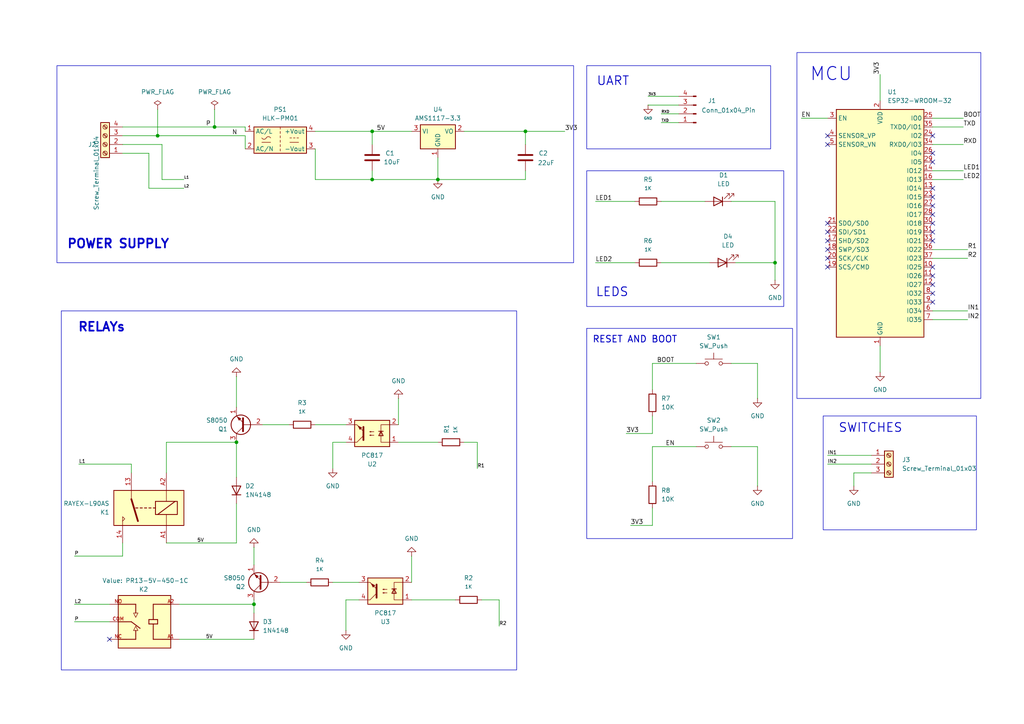
<source format=kicad_sch>
(kicad_sch
	(version 20250114)
	(generator "eeschema")
	(generator_version "9.0")
	(uuid "fbd836d7-8d61-48ff-9a93-2b60353c35b2")
	(paper "A4")
	(title_block
		(title "30A_Home automation with ESP32")
		(date "2025-11-23")
		(comment 1 "Designed by-Harshavardhanpaila")
	)
	(lib_symbols
		(symbol "Connector:Conn_01x04_Pin"
			(pin_names
				(offset 1.016)
				(hide yes)
			)
			(exclude_from_sim no)
			(in_bom yes)
			(on_board yes)
			(property "Reference" "J"
				(at 0 5.08 0)
				(effects
					(font
						(size 1.27 1.27)
					)
				)
			)
			(property "Value" "Conn_01x04_Pin"
				(at 0 -7.62 0)
				(effects
					(font
						(size 1.27 1.27)
					)
				)
			)
			(property "Footprint" ""
				(at 0 0 0)
				(effects
					(font
						(size 1.27 1.27)
					)
					(hide yes)
				)
			)
			(property "Datasheet" "~"
				(at 0 0 0)
				(effects
					(font
						(size 1.27 1.27)
					)
					(hide yes)
				)
			)
			(property "Description" "Generic connector, single row, 01x04, script generated"
				(at 0 0 0)
				(effects
					(font
						(size 1.27 1.27)
					)
					(hide yes)
				)
			)
			(property "ki_locked" ""
				(at 0 0 0)
				(effects
					(font
						(size 1.27 1.27)
					)
				)
			)
			(property "ki_keywords" "connector"
				(at 0 0 0)
				(effects
					(font
						(size 1.27 1.27)
					)
					(hide yes)
				)
			)
			(property "ki_fp_filters" "Connector*:*_1x??_*"
				(at 0 0 0)
				(effects
					(font
						(size 1.27 1.27)
					)
					(hide yes)
				)
			)
			(symbol "Conn_01x04_Pin_1_1"
				(rectangle
					(start 0.8636 2.667)
					(end 0 2.413)
					(stroke
						(width 0.1524)
						(type default)
					)
					(fill
						(type outline)
					)
				)
				(rectangle
					(start 0.8636 0.127)
					(end 0 -0.127)
					(stroke
						(width 0.1524)
						(type default)
					)
					(fill
						(type outline)
					)
				)
				(rectangle
					(start 0.8636 -2.413)
					(end 0 -2.667)
					(stroke
						(width 0.1524)
						(type default)
					)
					(fill
						(type outline)
					)
				)
				(rectangle
					(start 0.8636 -4.953)
					(end 0 -5.207)
					(stroke
						(width 0.1524)
						(type default)
					)
					(fill
						(type outline)
					)
				)
				(polyline
					(pts
						(xy 1.27 2.54) (xy 0.8636 2.54)
					)
					(stroke
						(width 0.1524)
						(type default)
					)
					(fill
						(type none)
					)
				)
				(polyline
					(pts
						(xy 1.27 0) (xy 0.8636 0)
					)
					(stroke
						(width 0.1524)
						(type default)
					)
					(fill
						(type none)
					)
				)
				(polyline
					(pts
						(xy 1.27 -2.54) (xy 0.8636 -2.54)
					)
					(stroke
						(width 0.1524)
						(type default)
					)
					(fill
						(type none)
					)
				)
				(polyline
					(pts
						(xy 1.27 -5.08) (xy 0.8636 -5.08)
					)
					(stroke
						(width 0.1524)
						(type default)
					)
					(fill
						(type none)
					)
				)
				(pin passive line
					(at 5.08 2.54 180)
					(length 3.81)
					(name "Pin_1"
						(effects
							(font
								(size 1.27 1.27)
							)
						)
					)
					(number "1"
						(effects
							(font
								(size 1.27 1.27)
							)
						)
					)
				)
				(pin passive line
					(at 5.08 0 180)
					(length 3.81)
					(name "Pin_2"
						(effects
							(font
								(size 1.27 1.27)
							)
						)
					)
					(number "2"
						(effects
							(font
								(size 1.27 1.27)
							)
						)
					)
				)
				(pin passive line
					(at 5.08 -2.54 180)
					(length 3.81)
					(name "Pin_3"
						(effects
							(font
								(size 1.27 1.27)
							)
						)
					)
					(number "3"
						(effects
							(font
								(size 1.27 1.27)
							)
						)
					)
				)
				(pin passive line
					(at 5.08 -5.08 180)
					(length 3.81)
					(name "Pin_4"
						(effects
							(font
								(size 1.27 1.27)
							)
						)
					)
					(number "4"
						(effects
							(font
								(size 1.27 1.27)
							)
						)
					)
				)
			)
			(embedded_fonts no)
		)
		(symbol "Connector:Screw_Terminal_01x03"
			(pin_names
				(offset 1.016)
				(hide yes)
			)
			(exclude_from_sim no)
			(in_bom yes)
			(on_board yes)
			(property "Reference" "J"
				(at 0 5.08 0)
				(effects
					(font
						(size 1.27 1.27)
					)
				)
			)
			(property "Value" "Screw_Terminal_01x03"
				(at 0 -5.08 0)
				(effects
					(font
						(size 1.27 1.27)
					)
				)
			)
			(property "Footprint" ""
				(at 0 0 0)
				(effects
					(font
						(size 1.27 1.27)
					)
					(hide yes)
				)
			)
			(property "Datasheet" "~"
				(at 0 0 0)
				(effects
					(font
						(size 1.27 1.27)
					)
					(hide yes)
				)
			)
			(property "Description" "Generic screw terminal, single row, 01x03, script generated (kicad-library-utils/schlib/autogen/connector/)"
				(at 0 0 0)
				(effects
					(font
						(size 1.27 1.27)
					)
					(hide yes)
				)
			)
			(property "ki_keywords" "screw terminal"
				(at 0 0 0)
				(effects
					(font
						(size 1.27 1.27)
					)
					(hide yes)
				)
			)
			(property "ki_fp_filters" "TerminalBlock*:*"
				(at 0 0 0)
				(effects
					(font
						(size 1.27 1.27)
					)
					(hide yes)
				)
			)
			(symbol "Screw_Terminal_01x03_1_1"
				(rectangle
					(start -1.27 3.81)
					(end 1.27 -3.81)
					(stroke
						(width 0.254)
						(type default)
					)
					(fill
						(type background)
					)
				)
				(polyline
					(pts
						(xy -0.5334 2.8702) (xy 0.3302 2.032)
					)
					(stroke
						(width 0.1524)
						(type default)
					)
					(fill
						(type none)
					)
				)
				(polyline
					(pts
						(xy -0.5334 0.3302) (xy 0.3302 -0.508)
					)
					(stroke
						(width 0.1524)
						(type default)
					)
					(fill
						(type none)
					)
				)
				(polyline
					(pts
						(xy -0.5334 -2.2098) (xy 0.3302 -3.048)
					)
					(stroke
						(width 0.1524)
						(type default)
					)
					(fill
						(type none)
					)
				)
				(polyline
					(pts
						(xy -0.3556 3.048) (xy 0.508 2.2098)
					)
					(stroke
						(width 0.1524)
						(type default)
					)
					(fill
						(type none)
					)
				)
				(polyline
					(pts
						(xy -0.3556 0.508) (xy 0.508 -0.3302)
					)
					(stroke
						(width 0.1524)
						(type default)
					)
					(fill
						(type none)
					)
				)
				(polyline
					(pts
						(xy -0.3556 -2.032) (xy 0.508 -2.8702)
					)
					(stroke
						(width 0.1524)
						(type default)
					)
					(fill
						(type none)
					)
				)
				(circle
					(center 0 2.54)
					(radius 0.635)
					(stroke
						(width 0.1524)
						(type default)
					)
					(fill
						(type none)
					)
				)
				(circle
					(center 0 0)
					(radius 0.635)
					(stroke
						(width 0.1524)
						(type default)
					)
					(fill
						(type none)
					)
				)
				(circle
					(center 0 -2.54)
					(radius 0.635)
					(stroke
						(width 0.1524)
						(type default)
					)
					(fill
						(type none)
					)
				)
				(pin passive line
					(at -5.08 2.54 0)
					(length 3.81)
					(name "Pin_1"
						(effects
							(font
								(size 1.27 1.27)
							)
						)
					)
					(number "1"
						(effects
							(font
								(size 1.27 1.27)
							)
						)
					)
				)
				(pin passive line
					(at -5.08 0 0)
					(length 3.81)
					(name "Pin_2"
						(effects
							(font
								(size 1.27 1.27)
							)
						)
					)
					(number "2"
						(effects
							(font
								(size 1.27 1.27)
							)
						)
					)
				)
				(pin passive line
					(at -5.08 -2.54 0)
					(length 3.81)
					(name "Pin_3"
						(effects
							(font
								(size 1.27 1.27)
							)
						)
					)
					(number "3"
						(effects
							(font
								(size 1.27 1.27)
							)
						)
					)
				)
			)
			(embedded_fonts no)
		)
		(symbol "Connector:Screw_Terminal_01x04"
			(pin_names
				(offset 1.016)
				(hide yes)
			)
			(exclude_from_sim no)
			(in_bom yes)
			(on_board yes)
			(property "Reference" "J"
				(at 0 5.08 0)
				(effects
					(font
						(size 1.27 1.27)
					)
				)
			)
			(property "Value" "Screw_Terminal_01x04"
				(at 0 -7.62 0)
				(effects
					(font
						(size 1.27 1.27)
					)
				)
			)
			(property "Footprint" ""
				(at 0 0 0)
				(effects
					(font
						(size 1.27 1.27)
					)
					(hide yes)
				)
			)
			(property "Datasheet" "~"
				(at 0 0 0)
				(effects
					(font
						(size 1.27 1.27)
					)
					(hide yes)
				)
			)
			(property "Description" "Generic screw terminal, single row, 01x04, script generated (kicad-library-utils/schlib/autogen/connector/)"
				(at 0 0 0)
				(effects
					(font
						(size 1.27 1.27)
					)
					(hide yes)
				)
			)
			(property "ki_keywords" "screw terminal"
				(at 0 0 0)
				(effects
					(font
						(size 1.27 1.27)
					)
					(hide yes)
				)
			)
			(property "ki_fp_filters" "TerminalBlock*:*"
				(at 0 0 0)
				(effects
					(font
						(size 1.27 1.27)
					)
					(hide yes)
				)
			)
			(symbol "Screw_Terminal_01x04_1_1"
				(rectangle
					(start -1.27 3.81)
					(end 1.27 -6.35)
					(stroke
						(width 0.254)
						(type default)
					)
					(fill
						(type background)
					)
				)
				(polyline
					(pts
						(xy -0.5334 2.8702) (xy 0.3302 2.032)
					)
					(stroke
						(width 0.1524)
						(type default)
					)
					(fill
						(type none)
					)
				)
				(polyline
					(pts
						(xy -0.5334 0.3302) (xy 0.3302 -0.508)
					)
					(stroke
						(width 0.1524)
						(type default)
					)
					(fill
						(type none)
					)
				)
				(polyline
					(pts
						(xy -0.5334 -2.2098) (xy 0.3302 -3.048)
					)
					(stroke
						(width 0.1524)
						(type default)
					)
					(fill
						(type none)
					)
				)
				(polyline
					(pts
						(xy -0.5334 -4.7498) (xy 0.3302 -5.588)
					)
					(stroke
						(width 0.1524)
						(type default)
					)
					(fill
						(type none)
					)
				)
				(polyline
					(pts
						(xy -0.3556 3.048) (xy 0.508 2.2098)
					)
					(stroke
						(width 0.1524)
						(type default)
					)
					(fill
						(type none)
					)
				)
				(polyline
					(pts
						(xy -0.3556 0.508) (xy 0.508 -0.3302)
					)
					(stroke
						(width 0.1524)
						(type default)
					)
					(fill
						(type none)
					)
				)
				(polyline
					(pts
						(xy -0.3556 -2.032) (xy 0.508 -2.8702)
					)
					(stroke
						(width 0.1524)
						(type default)
					)
					(fill
						(type none)
					)
				)
				(polyline
					(pts
						(xy -0.3556 -4.572) (xy 0.508 -5.4102)
					)
					(stroke
						(width 0.1524)
						(type default)
					)
					(fill
						(type none)
					)
				)
				(circle
					(center 0 2.54)
					(radius 0.635)
					(stroke
						(width 0.1524)
						(type default)
					)
					(fill
						(type none)
					)
				)
				(circle
					(center 0 0)
					(radius 0.635)
					(stroke
						(width 0.1524)
						(type default)
					)
					(fill
						(type none)
					)
				)
				(circle
					(center 0 -2.54)
					(radius 0.635)
					(stroke
						(width 0.1524)
						(type default)
					)
					(fill
						(type none)
					)
				)
				(circle
					(center 0 -5.08)
					(radius 0.635)
					(stroke
						(width 0.1524)
						(type default)
					)
					(fill
						(type none)
					)
				)
				(pin passive line
					(at -5.08 2.54 0)
					(length 3.81)
					(name "Pin_1"
						(effects
							(font
								(size 1.27 1.27)
							)
						)
					)
					(number "1"
						(effects
							(font
								(size 1.27 1.27)
							)
						)
					)
				)
				(pin passive line
					(at -5.08 0 0)
					(length 3.81)
					(name "Pin_2"
						(effects
							(font
								(size 1.27 1.27)
							)
						)
					)
					(number "2"
						(effects
							(font
								(size 1.27 1.27)
							)
						)
					)
				)
				(pin passive line
					(at -5.08 -2.54 0)
					(length 3.81)
					(name "Pin_3"
						(effects
							(font
								(size 1.27 1.27)
							)
						)
					)
					(number "3"
						(effects
							(font
								(size 1.27 1.27)
							)
						)
					)
				)
				(pin passive line
					(at -5.08 -5.08 0)
					(length 3.81)
					(name "Pin_4"
						(effects
							(font
								(size 1.27 1.27)
							)
						)
					)
					(number "4"
						(effects
							(font
								(size 1.27 1.27)
							)
						)
					)
				)
			)
			(embedded_fonts no)
		)
		(symbol "Converter_ACDC:HLK-PM01"
			(exclude_from_sim no)
			(in_bom yes)
			(on_board yes)
			(property "Reference" "PS"
				(at 0 5.08 0)
				(effects
					(font
						(size 1.27 1.27)
					)
				)
			)
			(property "Value" "HLK-PM01"
				(at 0 -5.08 0)
				(effects
					(font
						(size 1.27 1.27)
					)
				)
			)
			(property "Footprint" "Converter_ACDC:Converter_ACDC_Hi-Link_HLK-PMxx"
				(at 0 -7.62 0)
				(effects
					(font
						(size 1.27 1.27)
					)
					(hide yes)
				)
			)
			(property "Datasheet" "https://h.hlktech.com/download/ACDC%E7%94%B5%E6%BA%90%E6%A8%A1%E5%9D%973W%E7%B3%BB%E5%88%97/1/%E6%B5%B7%E5%87%8C%E7%A7%913W%E7%B3%BB%E5%88%97%E7%94%B5%E6%BA%90%E6%A8%A1%E5%9D%97%E8%A7%84%E6%A0%BC%E4%B9%A6V2.8.pdf"
				(at 10.16 -8.89 0)
				(effects
					(font
						(size 1.27 1.27)
					)
					(hide yes)
				)
			)
			(property "Description" "Compact AC/DC board mount power module 3W 5V"
				(at 0 0 0)
				(effects
					(font
						(size 1.27 1.27)
					)
					(hide yes)
				)
			)
			(property "ki_keywords" "AC/DC module power supply"
				(at 0 0 0)
				(effects
					(font
						(size 1.27 1.27)
					)
					(hide yes)
				)
			)
			(property "ki_fp_filters" "Converter*ACDC*Hi?Link*HLK?PM*"
				(at 0 0 0)
				(effects
					(font
						(size 1.27 1.27)
					)
					(hide yes)
				)
			)
			(symbol "HLK-PM01_0_1"
				(rectangle
					(start -7.62 3.81)
					(end 7.62 -3.81)
					(stroke
						(width 0.254)
						(type default)
					)
					(fill
						(type background)
					)
				)
				(polyline
					(pts
						(xy -5.334 -0.635) (xy -2.794 -0.635)
					)
					(stroke
						(width 0)
						(type default)
					)
					(fill
						(type none)
					)
				)
				(arc
					(start -4.064 0.635)
					(mid -4.699 0.2495)
					(end -5.334 0.635)
					(stroke
						(width 0)
						(type default)
					)
					(fill
						(type none)
					)
				)
				(arc
					(start -4.064 0.635)
					(mid -3.429 1.0072)
					(end -2.794 0.635)
					(stroke
						(width 0)
						(type default)
					)
					(fill
						(type none)
					)
				)
				(polyline
					(pts
						(xy 0 3.81) (xy 0 3.175)
					)
					(stroke
						(width 0)
						(type default)
					)
					(fill
						(type none)
					)
				)
				(polyline
					(pts
						(xy 0 2.54) (xy 0 1.905)
					)
					(stroke
						(width 0)
						(type default)
					)
					(fill
						(type none)
					)
				)
				(polyline
					(pts
						(xy 0 1.27) (xy 0 0.635)
					)
					(stroke
						(width 0)
						(type default)
					)
					(fill
						(type none)
					)
				)
				(polyline
					(pts
						(xy 0 0) (xy 0 -0.635)
					)
					(stroke
						(width 0)
						(type default)
					)
					(fill
						(type none)
					)
				)
				(polyline
					(pts
						(xy 0 -1.27) (xy 0 -1.905)
					)
					(stroke
						(width 0)
						(type default)
					)
					(fill
						(type none)
					)
				)
				(polyline
					(pts
						(xy 0 -2.54) (xy 0 -3.175)
					)
					(stroke
						(width 0)
						(type default)
					)
					(fill
						(type none)
					)
				)
				(polyline
					(pts
						(xy 2.794 0.635) (xy 3.302 0.635)
					)
					(stroke
						(width 0)
						(type default)
					)
					(fill
						(type none)
					)
				)
				(polyline
					(pts
						(xy 2.794 -0.635) (xy 5.334 -0.635)
					)
					(stroke
						(width 0)
						(type default)
					)
					(fill
						(type none)
					)
				)
				(polyline
					(pts
						(xy 3.81 0.635) (xy 4.318 0.635)
					)
					(stroke
						(width 0)
						(type default)
					)
					(fill
						(type none)
					)
				)
				(polyline
					(pts
						(xy 4.826 0.635) (xy 5.334 0.635)
					)
					(stroke
						(width 0)
						(type default)
					)
					(fill
						(type none)
					)
				)
			)
			(symbol "HLK-PM01_1_1"
				(pin power_in line
					(at -10.16 2.54 0)
					(length 2.54)
					(name "AC/L"
						(effects
							(font
								(size 1.27 1.27)
							)
						)
					)
					(number "1"
						(effects
							(font
								(size 1.27 1.27)
							)
						)
					)
				)
				(pin power_in line
					(at -10.16 -2.54 0)
					(length 2.54)
					(name "AC/N"
						(effects
							(font
								(size 1.27 1.27)
							)
						)
					)
					(number "2"
						(effects
							(font
								(size 1.27 1.27)
							)
						)
					)
				)
				(pin power_out line
					(at 10.16 2.54 180)
					(length 2.54)
					(name "+Vout"
						(effects
							(font
								(size 1.27 1.27)
							)
						)
					)
					(number "4"
						(effects
							(font
								(size 1.27 1.27)
							)
						)
					)
				)
				(pin power_out line
					(at 10.16 -2.54 180)
					(length 2.54)
					(name "-Vout"
						(effects
							(font
								(size 1.27 1.27)
							)
						)
					)
					(number "3"
						(effects
							(font
								(size 1.27 1.27)
							)
						)
					)
				)
			)
			(embedded_fonts no)
		)
		(symbol "Device:C"
			(pin_numbers
				(hide yes)
			)
			(pin_names
				(offset 0.254)
			)
			(exclude_from_sim no)
			(in_bom yes)
			(on_board yes)
			(property "Reference" "C"
				(at 0.635 2.54 0)
				(effects
					(font
						(size 1.27 1.27)
					)
					(justify left)
				)
			)
			(property "Value" "C"
				(at 0.635 -2.54 0)
				(effects
					(font
						(size 1.27 1.27)
					)
					(justify left)
				)
			)
			(property "Footprint" ""
				(at 0.9652 -3.81 0)
				(effects
					(font
						(size 1.27 1.27)
					)
					(hide yes)
				)
			)
			(property "Datasheet" "~"
				(at 0 0 0)
				(effects
					(font
						(size 1.27 1.27)
					)
					(hide yes)
				)
			)
			(property "Description" "Unpolarized capacitor"
				(at 0 0 0)
				(effects
					(font
						(size 1.27 1.27)
					)
					(hide yes)
				)
			)
			(property "ki_keywords" "cap capacitor"
				(at 0 0 0)
				(effects
					(font
						(size 1.27 1.27)
					)
					(hide yes)
				)
			)
			(property "ki_fp_filters" "C_*"
				(at 0 0 0)
				(effects
					(font
						(size 1.27 1.27)
					)
					(hide yes)
				)
			)
			(symbol "C_0_1"
				(polyline
					(pts
						(xy -2.032 0.762) (xy 2.032 0.762)
					)
					(stroke
						(width 0.508)
						(type default)
					)
					(fill
						(type none)
					)
				)
				(polyline
					(pts
						(xy -2.032 -0.762) (xy 2.032 -0.762)
					)
					(stroke
						(width 0.508)
						(type default)
					)
					(fill
						(type none)
					)
				)
			)
			(symbol "C_1_1"
				(pin passive line
					(at 0 3.81 270)
					(length 2.794)
					(name "~"
						(effects
							(font
								(size 1.27 1.27)
							)
						)
					)
					(number "1"
						(effects
							(font
								(size 1.27 1.27)
							)
						)
					)
				)
				(pin passive line
					(at 0 -3.81 90)
					(length 2.794)
					(name "~"
						(effects
							(font
								(size 1.27 1.27)
							)
						)
					)
					(number "2"
						(effects
							(font
								(size 1.27 1.27)
							)
						)
					)
				)
			)
			(embedded_fonts no)
		)
		(symbol "Device:LED"
			(pin_numbers
				(hide yes)
			)
			(pin_names
				(offset 1.016)
				(hide yes)
			)
			(exclude_from_sim no)
			(in_bom yes)
			(on_board yes)
			(property "Reference" "D"
				(at 0 2.54 0)
				(effects
					(font
						(size 1.27 1.27)
					)
				)
			)
			(property "Value" "LED"
				(at 0 -2.54 0)
				(effects
					(font
						(size 1.27 1.27)
					)
				)
			)
			(property "Footprint" ""
				(at 0 0 0)
				(effects
					(font
						(size 1.27 1.27)
					)
					(hide yes)
				)
			)
			(property "Datasheet" "~"
				(at 0 0 0)
				(effects
					(font
						(size 1.27 1.27)
					)
					(hide yes)
				)
			)
			(property "Description" "Light emitting diode"
				(at 0 0 0)
				(effects
					(font
						(size 1.27 1.27)
					)
					(hide yes)
				)
			)
			(property "Sim.Pins" "1=K 2=A"
				(at 0 0 0)
				(effects
					(font
						(size 1.27 1.27)
					)
					(hide yes)
				)
			)
			(property "ki_keywords" "LED diode"
				(at 0 0 0)
				(effects
					(font
						(size 1.27 1.27)
					)
					(hide yes)
				)
			)
			(property "ki_fp_filters" "LED* LED_SMD:* LED_THT:*"
				(at 0 0 0)
				(effects
					(font
						(size 1.27 1.27)
					)
					(hide yes)
				)
			)
			(symbol "LED_0_1"
				(polyline
					(pts
						(xy -3.048 -0.762) (xy -4.572 -2.286) (xy -3.81 -2.286) (xy -4.572 -2.286) (xy -4.572 -1.524)
					)
					(stroke
						(width 0)
						(type default)
					)
					(fill
						(type none)
					)
				)
				(polyline
					(pts
						(xy -1.778 -0.762) (xy -3.302 -2.286) (xy -2.54 -2.286) (xy -3.302 -2.286) (xy -3.302 -1.524)
					)
					(stroke
						(width 0)
						(type default)
					)
					(fill
						(type none)
					)
				)
				(polyline
					(pts
						(xy -1.27 0) (xy 1.27 0)
					)
					(stroke
						(width 0)
						(type default)
					)
					(fill
						(type none)
					)
				)
				(polyline
					(pts
						(xy -1.27 -1.27) (xy -1.27 1.27)
					)
					(stroke
						(width 0.254)
						(type default)
					)
					(fill
						(type none)
					)
				)
				(polyline
					(pts
						(xy 1.27 -1.27) (xy 1.27 1.27) (xy -1.27 0) (xy 1.27 -1.27)
					)
					(stroke
						(width 0.254)
						(type default)
					)
					(fill
						(type none)
					)
				)
			)
			(symbol "LED_1_1"
				(pin passive line
					(at -3.81 0 0)
					(length 2.54)
					(name "K"
						(effects
							(font
								(size 1.27 1.27)
							)
						)
					)
					(number "1"
						(effects
							(font
								(size 1.27 1.27)
							)
						)
					)
				)
				(pin passive line
					(at 3.81 0 180)
					(length 2.54)
					(name "A"
						(effects
							(font
								(size 1.27 1.27)
							)
						)
					)
					(number "2"
						(effects
							(font
								(size 1.27 1.27)
							)
						)
					)
				)
			)
			(embedded_fonts no)
		)
		(symbol "Device:R"
			(pin_numbers
				(hide yes)
			)
			(pin_names
				(offset 0)
			)
			(exclude_from_sim no)
			(in_bom yes)
			(on_board yes)
			(property "Reference" "R"
				(at 2.032 0 90)
				(effects
					(font
						(size 1.27 1.27)
					)
				)
			)
			(property "Value" "R"
				(at 0 0 90)
				(effects
					(font
						(size 1.27 1.27)
					)
				)
			)
			(property "Footprint" ""
				(at -1.778 0 90)
				(effects
					(font
						(size 1.27 1.27)
					)
					(hide yes)
				)
			)
			(property "Datasheet" "~"
				(at 0 0 0)
				(effects
					(font
						(size 1.27 1.27)
					)
					(hide yes)
				)
			)
			(property "Description" "Resistor"
				(at 0 0 0)
				(effects
					(font
						(size 1.27 1.27)
					)
					(hide yes)
				)
			)
			(property "ki_keywords" "R res resistor"
				(at 0 0 0)
				(effects
					(font
						(size 1.27 1.27)
					)
					(hide yes)
				)
			)
			(property "ki_fp_filters" "R_*"
				(at 0 0 0)
				(effects
					(font
						(size 1.27 1.27)
					)
					(hide yes)
				)
			)
			(symbol "R_0_1"
				(rectangle
					(start -1.016 -2.54)
					(end 1.016 2.54)
					(stroke
						(width 0.254)
						(type default)
					)
					(fill
						(type none)
					)
				)
			)
			(symbol "R_1_1"
				(pin passive line
					(at 0 3.81 270)
					(length 1.27)
					(name "~"
						(effects
							(font
								(size 1.27 1.27)
							)
						)
					)
					(number "1"
						(effects
							(font
								(size 1.27 1.27)
							)
						)
					)
				)
				(pin passive line
					(at 0 -3.81 90)
					(length 1.27)
					(name "~"
						(effects
							(font
								(size 1.27 1.27)
							)
						)
					)
					(number "2"
						(effects
							(font
								(size 1.27 1.27)
							)
						)
					)
				)
			)
			(embedded_fonts no)
		)
		(symbol "Diode:1N4148"
			(pin_numbers
				(hide yes)
			)
			(pin_names
				(hide yes)
			)
			(exclude_from_sim no)
			(in_bom yes)
			(on_board yes)
			(property "Reference" "D"
				(at 0 2.54 0)
				(effects
					(font
						(size 1.27 1.27)
					)
				)
			)
			(property "Value" "1N4148"
				(at 0 -2.54 0)
				(effects
					(font
						(size 1.27 1.27)
					)
				)
			)
			(property "Footprint" "Diode_THT:D_DO-35_SOD27_P7.62mm_Horizontal"
				(at 0 0 0)
				(effects
					(font
						(size 1.27 1.27)
					)
					(hide yes)
				)
			)
			(property "Datasheet" "https://assets.nexperia.com/documents/data-sheet/1N4148_1N4448.pdf"
				(at 0 0 0)
				(effects
					(font
						(size 1.27 1.27)
					)
					(hide yes)
				)
			)
			(property "Description" "100V 0.15A standard switching diode, DO-35"
				(at 0 0 0)
				(effects
					(font
						(size 1.27 1.27)
					)
					(hide yes)
				)
			)
			(property "Sim.Device" "D"
				(at 0 0 0)
				(effects
					(font
						(size 1.27 1.27)
					)
					(hide yes)
				)
			)
			(property "Sim.Pins" "1=K 2=A"
				(at 0 0 0)
				(effects
					(font
						(size 1.27 1.27)
					)
					(hide yes)
				)
			)
			(property "ki_keywords" "diode"
				(at 0 0 0)
				(effects
					(font
						(size 1.27 1.27)
					)
					(hide yes)
				)
			)
			(property "ki_fp_filters" "D*DO?35*"
				(at 0 0 0)
				(effects
					(font
						(size 1.27 1.27)
					)
					(hide yes)
				)
			)
			(symbol "1N4148_0_1"
				(polyline
					(pts
						(xy -1.27 1.27) (xy -1.27 -1.27)
					)
					(stroke
						(width 0.254)
						(type default)
					)
					(fill
						(type none)
					)
				)
				(polyline
					(pts
						(xy 1.27 1.27) (xy 1.27 -1.27) (xy -1.27 0) (xy 1.27 1.27)
					)
					(stroke
						(width 0.254)
						(type default)
					)
					(fill
						(type none)
					)
				)
				(polyline
					(pts
						(xy 1.27 0) (xy -1.27 0)
					)
					(stroke
						(width 0)
						(type default)
					)
					(fill
						(type none)
					)
				)
			)
			(symbol "1N4148_1_1"
				(pin passive line
					(at -3.81 0 0)
					(length 2.54)
					(name "K"
						(effects
							(font
								(size 1.27 1.27)
							)
						)
					)
					(number "1"
						(effects
							(font
								(size 1.27 1.27)
							)
						)
					)
				)
				(pin passive line
					(at 3.81 0 180)
					(length 2.54)
					(name "A"
						(effects
							(font
								(size 1.27 1.27)
							)
						)
					)
					(number "2"
						(effects
							(font
								(size 1.27 1.27)
							)
						)
					)
				)
			)
			(embedded_fonts no)
		)
		(symbol "Isolator:PC817"
			(pin_names
				(offset 1.016)
			)
			(exclude_from_sim no)
			(in_bom yes)
			(on_board yes)
			(property "Reference" "U"
				(at -5.08 5.08 0)
				(effects
					(font
						(size 1.27 1.27)
					)
					(justify left)
				)
			)
			(property "Value" "PC817"
				(at 0 5.08 0)
				(effects
					(font
						(size 1.27 1.27)
					)
					(justify left)
				)
			)
			(property "Footprint" "Package_DIP:DIP-4_W7.62mm"
				(at -5.08 -5.08 0)
				(effects
					(font
						(size 1.27 1.27)
						(italic yes)
					)
					(justify left)
					(hide yes)
				)
			)
			(property "Datasheet" "http://www.soselectronic.cz/a_info/resource/d/pc817.pdf"
				(at 0 0 0)
				(effects
					(font
						(size 1.27 1.27)
					)
					(justify left)
					(hide yes)
				)
			)
			(property "Description" "DC Optocoupler, Vce 35V, CTR 50-300%, DIP-4"
				(at 0 0 0)
				(effects
					(font
						(size 1.27 1.27)
					)
					(hide yes)
				)
			)
			(property "ki_keywords" "NPN DC Optocoupler"
				(at 0 0 0)
				(effects
					(font
						(size 1.27 1.27)
					)
					(hide yes)
				)
			)
			(property "ki_fp_filters" "DIP*W7.62mm*"
				(at 0 0 0)
				(effects
					(font
						(size 1.27 1.27)
					)
					(hide yes)
				)
			)
			(symbol "PC817_0_1"
				(rectangle
					(start -5.08 3.81)
					(end 5.08 -3.81)
					(stroke
						(width 0.254)
						(type default)
					)
					(fill
						(type background)
					)
				)
				(polyline
					(pts
						(xy -5.08 2.54) (xy -2.54 2.54) (xy -2.54 -0.635)
					)
					(stroke
						(width 0)
						(type default)
					)
					(fill
						(type none)
					)
				)
				(polyline
					(pts
						(xy -3.175 -0.635) (xy -1.905 -0.635)
					)
					(stroke
						(width 0.254)
						(type default)
					)
					(fill
						(type none)
					)
				)
				(polyline
					(pts
						(xy -2.54 -0.635) (xy -2.54 -2.54) (xy -5.08 -2.54)
					)
					(stroke
						(width 0)
						(type default)
					)
					(fill
						(type none)
					)
				)
				(polyline
					(pts
						(xy -2.54 -0.635) (xy -3.175 0.635) (xy -1.905 0.635) (xy -2.54 -0.635)
					)
					(stroke
						(width 0.254)
						(type default)
					)
					(fill
						(type none)
					)
				)
				(polyline
					(pts
						(xy -0.508 0.508) (xy 0.762 0.508) (xy 0.381 0.381) (xy 0.381 0.635) (xy 0.762 0.508)
					)
					(stroke
						(width 0)
						(type default)
					)
					(fill
						(type none)
					)
				)
				(polyline
					(pts
						(xy -0.508 -0.508) (xy 0.762 -0.508) (xy 0.381 -0.635) (xy 0.381 -0.381) (xy 0.762 -0.508)
					)
					(stroke
						(width 0)
						(type default)
					)
					(fill
						(type none)
					)
				)
				(polyline
					(pts
						(xy 2.54 1.905) (xy 2.54 -1.905)
					)
					(stroke
						(width 0.508)
						(type default)
					)
					(fill
						(type none)
					)
				)
				(polyline
					(pts
						(xy 2.54 0.635) (xy 4.445 2.54)
					)
					(stroke
						(width 0)
						(type default)
					)
					(fill
						(type none)
					)
				)
				(polyline
					(pts
						(xy 3.048 -1.651) (xy 3.556 -1.143) (xy 4.064 -2.159) (xy 3.048 -1.651)
					)
					(stroke
						(width 0)
						(type default)
					)
					(fill
						(type outline)
					)
				)
				(polyline
					(pts
						(xy 4.445 2.54) (xy 5.08 2.54)
					)
					(stroke
						(width 0)
						(type default)
					)
					(fill
						(type none)
					)
				)
				(polyline
					(pts
						(xy 4.445 -2.54) (xy 2.54 -0.635)
					)
					(stroke
						(width 0)
						(type default)
					)
					(fill
						(type outline)
					)
				)
				(polyline
					(pts
						(xy 4.445 -2.54) (xy 5.08 -2.54)
					)
					(stroke
						(width 0)
						(type default)
					)
					(fill
						(type none)
					)
				)
			)
			(symbol "PC817_1_1"
				(pin passive line
					(at -7.62 2.54 0)
					(length 2.54)
					(name "~"
						(effects
							(font
								(size 1.27 1.27)
							)
						)
					)
					(number "1"
						(effects
							(font
								(size 1.27 1.27)
							)
						)
					)
				)
				(pin passive line
					(at -7.62 -2.54 0)
					(length 2.54)
					(name "~"
						(effects
							(font
								(size 1.27 1.27)
							)
						)
					)
					(number "2"
						(effects
							(font
								(size 1.27 1.27)
							)
						)
					)
				)
				(pin passive line
					(at 7.62 2.54 180)
					(length 2.54)
					(name "~"
						(effects
							(font
								(size 1.27 1.27)
							)
						)
					)
					(number "4"
						(effects
							(font
								(size 1.27 1.27)
							)
						)
					)
				)
				(pin passive line
					(at 7.62 -2.54 180)
					(length 2.54)
					(name "~"
						(effects
							(font
								(size 1.27 1.27)
							)
						)
					)
					(number "3"
						(effects
							(font
								(size 1.27 1.27)
							)
						)
					)
				)
			)
			(embedded_fonts no)
		)
		(symbol "PR13-5V-450-1C:PR13-5V-450-1C"
			(pin_names
				(offset 1.016)
				(hide yes)
			)
			(exclude_from_sim no)
			(in_bom yes)
			(on_board yes)
			(property "Reference" "K"
				(at -7.62 8.89 0)
				(effects
					(font
						(size 1.27 1.27)
					)
					(justify left bottom)
				)
			)
			(property "Value" "PR13-5V-450-1C"
				(at -7.62 -10.16 0)
				(effects
					(font
						(size 1.27 1.27)
					)
					(justify left bottom)
				)
			)
			(property "Footprint" "RELAY_PR13-5V-450-1C"
				(at 0 0 0)
				(effects
					(font
						(size 1.27 1.27)
					)
					(justify left bottom)
					(hide yes)
				)
			)
			(property "Datasheet" ""
				(at 0 0 0)
				(effects
					(font
						(size 1.27 1.27)
					)
					(justify left bottom)
					(hide yes)
				)
			)
			(property "Description" ""
				(at 0 0 0)
				(effects
					(font
						(size 1.27 1.27)
					)
					(hide yes)
				)
			)
			(property "PARTREV" "1.0"
				(at 0 0 0)
				(effects
					(font
						(size 1.27 1.27)
					)
					(justify left bottom)
					(hide yes)
				)
			)
			(property "MANUFACTURER" "CUI devices"
				(at 0 0 0)
				(effects
					(font
						(size 1.27 1.27)
					)
					(justify left bottom)
					(hide yes)
				)
			)
			(property "SNAPEDA_PN" "PR12-5V-360-1C"
				(at 0 0 0)
				(effects
					(font
						(size 1.27 1.27)
					)
					(justify left bottom)
					(hide yes)
				)
			)
			(property "MAXIMUM_PACKAGE_HEIGHT" "16.1mm"
				(at 0 0 0)
				(effects
					(font
						(size 1.27 1.27)
					)
					(justify left bottom)
					(hide yes)
				)
			)
			(property "STANDARD" "Manufacturer Recommendations"
				(at 0 0 0)
				(effects
					(font
						(size 1.27 1.27)
					)
					(justify left bottom)
					(hide yes)
				)
			)
			(property "ki_locked" ""
				(at 0 0 0)
				(effects
					(font
						(size 1.27 1.27)
					)
				)
			)
			(symbol "PR13-5V-450-1C_0_0"
				(polyline
					(pts
						(xy -7.62 5.08) (xy -2.54 5.08)
					)
					(stroke
						(width 0.254)
						(type solid)
					)
					(fill
						(type none)
					)
				)
				(polyline
					(pts
						(xy -7.62 -5.08) (xy -2.54 -5.08)
					)
					(stroke
						(width 0.254)
						(type solid)
					)
					(fill
						(type none)
					)
				)
				(rectangle
					(start -7.62 -7.62)
					(end 7.62 7.62)
					(stroke
						(width 0.254)
						(type solid)
					)
					(fill
						(type background)
					)
				)
				(polyline
					(pts
						(xy -3.81 0.635) (xy -2.54 0.635)
					)
					(stroke
						(width 0.254)
						(type solid)
					)
					(fill
						(type none)
					)
				)
				(polyline
					(pts
						(xy -3.81 -0.635) (xy -3.81 0.635)
					)
					(stroke
						(width 0.254)
						(type solid)
					)
					(fill
						(type none)
					)
				)
				(polyline
					(pts
						(xy -2.54 5.08) (xy -2.54 0.635)
					)
					(stroke
						(width 0.254)
						(type solid)
					)
					(fill
						(type none)
					)
				)
				(polyline
					(pts
						(xy -2.54 0.635) (xy -1.27 0.635)
					)
					(stroke
						(width 0.254)
						(type solid)
					)
					(fill
						(type none)
					)
				)
				(polyline
					(pts
						(xy -2.54 -0.635) (xy -3.81 -0.635)
					)
					(stroke
						(width 0.254)
						(type solid)
					)
					(fill
						(type none)
					)
				)
				(polyline
					(pts
						(xy -2.54 -0.635) (xy -2.54 -5.08)
					)
					(stroke
						(width 0.254)
						(type solid)
					)
					(fill
						(type none)
					)
				)
				(polyline
					(pts
						(xy -1.27 0.635) (xy -1.27 -0.635)
					)
					(stroke
						(width 0.254)
						(type solid)
					)
					(fill
						(type none)
					)
				)
				(polyline
					(pts
						(xy -1.27 -0.635) (xy -2.54 -0.635)
					)
					(stroke
						(width 0.254)
						(type solid)
					)
					(fill
						(type none)
					)
				)
				(polyline
					(pts
						(xy 1.905 -2.54) (xy 3.175 -2.54) (xy 2.54 -1.27) (xy 1.905 -2.54)
					)
					(stroke
						(width 0.1524)
						(type solid)
					)
					(fill
						(type background)
					)
				)
				(polyline
					(pts
						(xy 2.54 5.08) (xy 2.54 2.54)
					)
					(stroke
						(width 0.254)
						(type solid)
					)
					(fill
						(type none)
					)
				)
				(polyline
					(pts
						(xy 2.54 5.08) (xy 7.62 5.08)
					)
					(stroke
						(width 0.254)
						(type solid)
					)
					(fill
						(type none)
					)
				)
				(polyline
					(pts
						(xy 2.54 -5.08) (xy 2.54 -2.54)
					)
					(stroke
						(width 0.254)
						(type solid)
					)
					(fill
						(type none)
					)
				)
				(polyline
					(pts
						(xy 3.175 2.54) (xy 1.905 2.54) (xy 2.54 1.27) (xy 3.175 2.54)
					)
					(stroke
						(width 0.1524)
						(type solid)
					)
					(fill
						(type background)
					)
				)
				(polyline
					(pts
						(xy 3.81 0) (xy 1.27 1.905)
					)
					(stroke
						(width 0.254)
						(type solid)
					)
					(fill
						(type none)
					)
				)
				(polyline
					(pts
						(xy 7.62 0) (xy 3.81 0)
					)
					(stroke
						(width 0.254)
						(type solid)
					)
					(fill
						(type none)
					)
				)
				(polyline
					(pts
						(xy 7.62 -5.08) (xy 2.54 -5.08)
					)
					(stroke
						(width 0.254)
						(type solid)
					)
					(fill
						(type none)
					)
				)
				(pin passive line
					(at -10.16 5.08 0)
					(length 5.08)
					(name "~"
						(effects
							(font
								(size 1.016 1.016)
							)
						)
					)
					(number "A1"
						(effects
							(font
								(size 1.016 1.016)
							)
						)
					)
				)
				(pin passive line
					(at -10.16 -5.08 0)
					(length 5.08)
					(name "~"
						(effects
							(font
								(size 1.016 1.016)
							)
						)
					)
					(number "A2"
						(effects
							(font
								(size 1.016 1.016)
							)
						)
					)
				)
				(pin passive line
					(at 10.16 5.08 180)
					(length 5.08)
					(name "~"
						(effects
							(font
								(size 1.016 1.016)
							)
						)
					)
					(number "NC"
						(effects
							(font
								(size 1.016 1.016)
							)
						)
					)
				)
				(pin passive line
					(at 10.16 0 180)
					(length 5.08)
					(name "~"
						(effects
							(font
								(size 1.016 1.016)
							)
						)
					)
					(number "COM"
						(effects
							(font
								(size 1.016 1.016)
							)
						)
					)
				)
				(pin passive line
					(at 10.16 -5.08 180)
					(length 5.08)
					(name "~"
						(effects
							(font
								(size 1.016 1.016)
							)
						)
					)
					(number "NO"
						(effects
							(font
								(size 1.016 1.016)
							)
						)
					)
				)
			)
			(embedded_fonts no)
		)
		(symbol "RF_Module:ESP32-WROOM-32"
			(exclude_from_sim no)
			(in_bom yes)
			(on_board yes)
			(property "Reference" "U"
				(at -12.7 34.29 0)
				(effects
					(font
						(size 1.27 1.27)
					)
					(justify left)
				)
			)
			(property "Value" "ESP32-WROOM-32"
				(at 1.27 34.29 0)
				(effects
					(font
						(size 1.27 1.27)
					)
					(justify left)
				)
			)
			(property "Footprint" "RF_Module:ESP32-WROOM-32"
				(at 0 -38.1 0)
				(effects
					(font
						(size 1.27 1.27)
					)
					(hide yes)
				)
			)
			(property "Datasheet" "https://www.espressif.com/sites/default/files/documentation/esp32-wroom-32_datasheet_en.pdf"
				(at -7.62 1.27 0)
				(effects
					(font
						(size 1.27 1.27)
					)
					(hide yes)
				)
			)
			(property "Description" "RF Module, ESP32-D0WDQ6 SoC, Wi-Fi 802.11b/g/n, Bluetooth, BLE, 32-bit, 2.7-3.6V, onboard antenna, SMD"
				(at 0 0 0)
				(effects
					(font
						(size 1.27 1.27)
					)
					(hide yes)
				)
			)
			(property "ki_keywords" "RF Radio BT ESP ESP32 Espressif onboard PCB antenna"
				(at 0 0 0)
				(effects
					(font
						(size 1.27 1.27)
					)
					(hide yes)
				)
			)
			(property "ki_fp_filters" "ESP32?WROOM?32*"
				(at 0 0 0)
				(effects
					(font
						(size 1.27 1.27)
					)
					(hide yes)
				)
			)
			(symbol "ESP32-WROOM-32_0_1"
				(rectangle
					(start -12.7 33.02)
					(end 12.7 -33.02)
					(stroke
						(width 0.254)
						(type default)
					)
					(fill
						(type background)
					)
				)
			)
			(symbol "ESP32-WROOM-32_1_1"
				(pin input line
					(at -15.24 30.48 0)
					(length 2.54)
					(name "EN"
						(effects
							(font
								(size 1.27 1.27)
							)
						)
					)
					(number "3"
						(effects
							(font
								(size 1.27 1.27)
							)
						)
					)
				)
				(pin input line
					(at -15.24 25.4 0)
					(length 2.54)
					(name "SENSOR_VP"
						(effects
							(font
								(size 1.27 1.27)
							)
						)
					)
					(number "4"
						(effects
							(font
								(size 1.27 1.27)
							)
						)
					)
				)
				(pin input line
					(at -15.24 22.86 0)
					(length 2.54)
					(name "SENSOR_VN"
						(effects
							(font
								(size 1.27 1.27)
							)
						)
					)
					(number "5"
						(effects
							(font
								(size 1.27 1.27)
							)
						)
					)
				)
				(pin bidirectional line
					(at -15.24 0 0)
					(length 2.54)
					(name "SDO/SD0"
						(effects
							(font
								(size 1.27 1.27)
							)
						)
					)
					(number "21"
						(effects
							(font
								(size 1.27 1.27)
							)
						)
					)
				)
				(pin bidirectional line
					(at -15.24 -2.54 0)
					(length 2.54)
					(name "SDI/SD1"
						(effects
							(font
								(size 1.27 1.27)
							)
						)
					)
					(number "22"
						(effects
							(font
								(size 1.27 1.27)
							)
						)
					)
				)
				(pin bidirectional line
					(at -15.24 -5.08 0)
					(length 2.54)
					(name "SHD/SD2"
						(effects
							(font
								(size 1.27 1.27)
							)
						)
					)
					(number "17"
						(effects
							(font
								(size 1.27 1.27)
							)
						)
					)
				)
				(pin bidirectional line
					(at -15.24 -7.62 0)
					(length 2.54)
					(name "SWP/SD3"
						(effects
							(font
								(size 1.27 1.27)
							)
						)
					)
					(number "18"
						(effects
							(font
								(size 1.27 1.27)
							)
						)
					)
				)
				(pin bidirectional line
					(at -15.24 -10.16 0)
					(length 2.54)
					(name "SCK/CLK"
						(effects
							(font
								(size 1.27 1.27)
							)
						)
					)
					(number "20"
						(effects
							(font
								(size 1.27 1.27)
							)
						)
					)
				)
				(pin bidirectional line
					(at -15.24 -12.7 0)
					(length 2.54)
					(name "SCS/CMD"
						(effects
							(font
								(size 1.27 1.27)
							)
						)
					)
					(number "19"
						(effects
							(font
								(size 1.27 1.27)
							)
						)
					)
				)
				(pin no_connect line
					(at -12.7 -27.94 0)
					(length 2.54)
					(hide yes)
					(name "NC"
						(effects
							(font
								(size 1.27 1.27)
							)
						)
					)
					(number "32"
						(effects
							(font
								(size 1.27 1.27)
							)
						)
					)
				)
				(pin power_in line
					(at 0 35.56 270)
					(length 2.54)
					(name "VDD"
						(effects
							(font
								(size 1.27 1.27)
							)
						)
					)
					(number "2"
						(effects
							(font
								(size 1.27 1.27)
							)
						)
					)
				)
				(pin power_in line
					(at 0 -35.56 90)
					(length 2.54)
					(name "GND"
						(effects
							(font
								(size 1.27 1.27)
							)
						)
					)
					(number "1"
						(effects
							(font
								(size 1.27 1.27)
							)
						)
					)
				)
				(pin passive line
					(at 0 -35.56 90)
					(length 2.54)
					(hide yes)
					(name "GND"
						(effects
							(font
								(size 1.27 1.27)
							)
						)
					)
					(number "15"
						(effects
							(font
								(size 1.27 1.27)
							)
						)
					)
				)
				(pin passive line
					(at 0 -35.56 90)
					(length 2.54)
					(hide yes)
					(name "GND"
						(effects
							(font
								(size 1.27 1.27)
							)
						)
					)
					(number "38"
						(effects
							(font
								(size 1.27 1.27)
							)
						)
					)
				)
				(pin passive line
					(at 0 -35.56 90)
					(length 2.54)
					(hide yes)
					(name "GND"
						(effects
							(font
								(size 1.27 1.27)
							)
						)
					)
					(number "39"
						(effects
							(font
								(size 1.27 1.27)
							)
						)
					)
				)
				(pin bidirectional line
					(at 15.24 30.48 180)
					(length 2.54)
					(name "IO0"
						(effects
							(font
								(size 1.27 1.27)
							)
						)
					)
					(number "25"
						(effects
							(font
								(size 1.27 1.27)
							)
						)
					)
				)
				(pin bidirectional line
					(at 15.24 27.94 180)
					(length 2.54)
					(name "TXD0/IO1"
						(effects
							(font
								(size 1.27 1.27)
							)
						)
					)
					(number "35"
						(effects
							(font
								(size 1.27 1.27)
							)
						)
					)
				)
				(pin bidirectional line
					(at 15.24 25.4 180)
					(length 2.54)
					(name "IO2"
						(effects
							(font
								(size 1.27 1.27)
							)
						)
					)
					(number "24"
						(effects
							(font
								(size 1.27 1.27)
							)
						)
					)
				)
				(pin bidirectional line
					(at 15.24 22.86 180)
					(length 2.54)
					(name "RXD0/IO3"
						(effects
							(font
								(size 1.27 1.27)
							)
						)
					)
					(number "34"
						(effects
							(font
								(size 1.27 1.27)
							)
						)
					)
				)
				(pin bidirectional line
					(at 15.24 20.32 180)
					(length 2.54)
					(name "IO4"
						(effects
							(font
								(size 1.27 1.27)
							)
						)
					)
					(number "26"
						(effects
							(font
								(size 1.27 1.27)
							)
						)
					)
				)
				(pin bidirectional line
					(at 15.24 17.78 180)
					(length 2.54)
					(name "IO5"
						(effects
							(font
								(size 1.27 1.27)
							)
						)
					)
					(number "29"
						(effects
							(font
								(size 1.27 1.27)
							)
						)
					)
				)
				(pin bidirectional line
					(at 15.24 15.24 180)
					(length 2.54)
					(name "IO12"
						(effects
							(font
								(size 1.27 1.27)
							)
						)
					)
					(number "14"
						(effects
							(font
								(size 1.27 1.27)
							)
						)
					)
				)
				(pin bidirectional line
					(at 15.24 12.7 180)
					(length 2.54)
					(name "IO13"
						(effects
							(font
								(size 1.27 1.27)
							)
						)
					)
					(number "16"
						(effects
							(font
								(size 1.27 1.27)
							)
						)
					)
				)
				(pin bidirectional line
					(at 15.24 10.16 180)
					(length 2.54)
					(name "IO14"
						(effects
							(font
								(size 1.27 1.27)
							)
						)
					)
					(number "13"
						(effects
							(font
								(size 1.27 1.27)
							)
						)
					)
				)
				(pin bidirectional line
					(at 15.24 7.62 180)
					(length 2.54)
					(name "IO15"
						(effects
							(font
								(size 1.27 1.27)
							)
						)
					)
					(number "23"
						(effects
							(font
								(size 1.27 1.27)
							)
						)
					)
				)
				(pin bidirectional line
					(at 15.24 5.08 180)
					(length 2.54)
					(name "IO16"
						(effects
							(font
								(size 1.27 1.27)
							)
						)
					)
					(number "27"
						(effects
							(font
								(size 1.27 1.27)
							)
						)
					)
				)
				(pin bidirectional line
					(at 15.24 2.54 180)
					(length 2.54)
					(name "IO17"
						(effects
							(font
								(size 1.27 1.27)
							)
						)
					)
					(number "28"
						(effects
							(font
								(size 1.27 1.27)
							)
						)
					)
				)
				(pin bidirectional line
					(at 15.24 0 180)
					(length 2.54)
					(name "IO18"
						(effects
							(font
								(size 1.27 1.27)
							)
						)
					)
					(number "30"
						(effects
							(font
								(size 1.27 1.27)
							)
						)
					)
				)
				(pin bidirectional line
					(at 15.24 -2.54 180)
					(length 2.54)
					(name "IO19"
						(effects
							(font
								(size 1.27 1.27)
							)
						)
					)
					(number "31"
						(effects
							(font
								(size 1.27 1.27)
							)
						)
					)
				)
				(pin bidirectional line
					(at 15.24 -5.08 180)
					(length 2.54)
					(name "IO21"
						(effects
							(font
								(size 1.27 1.27)
							)
						)
					)
					(number "33"
						(effects
							(font
								(size 1.27 1.27)
							)
						)
					)
				)
				(pin bidirectional line
					(at 15.24 -7.62 180)
					(length 2.54)
					(name "IO22"
						(effects
							(font
								(size 1.27 1.27)
							)
						)
					)
					(number "36"
						(effects
							(font
								(size 1.27 1.27)
							)
						)
					)
				)
				(pin bidirectional line
					(at 15.24 -10.16 180)
					(length 2.54)
					(name "IO23"
						(effects
							(font
								(size 1.27 1.27)
							)
						)
					)
					(number "37"
						(effects
							(font
								(size 1.27 1.27)
							)
						)
					)
				)
				(pin bidirectional line
					(at 15.24 -12.7 180)
					(length 2.54)
					(name "IO25"
						(effects
							(font
								(size 1.27 1.27)
							)
						)
					)
					(number "10"
						(effects
							(font
								(size 1.27 1.27)
							)
						)
					)
				)
				(pin bidirectional line
					(at 15.24 -15.24 180)
					(length 2.54)
					(name "IO26"
						(effects
							(font
								(size 1.27 1.27)
							)
						)
					)
					(number "11"
						(effects
							(font
								(size 1.27 1.27)
							)
						)
					)
				)
				(pin bidirectional line
					(at 15.24 -17.78 180)
					(length 2.54)
					(name "IO27"
						(effects
							(font
								(size 1.27 1.27)
							)
						)
					)
					(number "12"
						(effects
							(font
								(size 1.27 1.27)
							)
						)
					)
				)
				(pin bidirectional line
					(at 15.24 -20.32 180)
					(length 2.54)
					(name "IO32"
						(effects
							(font
								(size 1.27 1.27)
							)
						)
					)
					(number "8"
						(effects
							(font
								(size 1.27 1.27)
							)
						)
					)
				)
				(pin bidirectional line
					(at 15.24 -22.86 180)
					(length 2.54)
					(name "IO33"
						(effects
							(font
								(size 1.27 1.27)
							)
						)
					)
					(number "9"
						(effects
							(font
								(size 1.27 1.27)
							)
						)
					)
				)
				(pin input line
					(at 15.24 -25.4 180)
					(length 2.54)
					(name "IO34"
						(effects
							(font
								(size 1.27 1.27)
							)
						)
					)
					(number "6"
						(effects
							(font
								(size 1.27 1.27)
							)
						)
					)
				)
				(pin input line
					(at 15.24 -27.94 180)
					(length 2.54)
					(name "IO35"
						(effects
							(font
								(size 1.27 1.27)
							)
						)
					)
					(number "7"
						(effects
							(font
								(size 1.27 1.27)
							)
						)
					)
				)
			)
			(embedded_fonts no)
		)
		(symbol "Regulator_Linear:AMS1117-3.3"
			(exclude_from_sim no)
			(in_bom yes)
			(on_board yes)
			(property "Reference" "U"
				(at -3.81 3.175 0)
				(effects
					(font
						(size 1.27 1.27)
					)
				)
			)
			(property "Value" "AMS1117-3.3"
				(at 0 3.175 0)
				(effects
					(font
						(size 1.27 1.27)
					)
					(justify left)
				)
			)
			(property "Footprint" "Package_TO_SOT_SMD:SOT-223-3_TabPin2"
				(at 0 5.08 0)
				(effects
					(font
						(size 1.27 1.27)
					)
					(hide yes)
				)
			)
			(property "Datasheet" "http://www.advanced-monolithic.com/pdf/ds1117.pdf"
				(at 2.54 -6.35 0)
				(effects
					(font
						(size 1.27 1.27)
					)
					(hide yes)
				)
			)
			(property "Description" "1A Low Dropout regulator, positive, 3.3V fixed output, SOT-223"
				(at 0 0 0)
				(effects
					(font
						(size 1.27 1.27)
					)
					(hide yes)
				)
			)
			(property "ki_keywords" "linear regulator ldo fixed positive"
				(at 0 0 0)
				(effects
					(font
						(size 1.27 1.27)
					)
					(hide yes)
				)
			)
			(property "ki_fp_filters" "SOT?223*TabPin2*"
				(at 0 0 0)
				(effects
					(font
						(size 1.27 1.27)
					)
					(hide yes)
				)
			)
			(symbol "AMS1117-3.3_0_1"
				(rectangle
					(start -5.08 -5.08)
					(end 5.08 1.905)
					(stroke
						(width 0.254)
						(type default)
					)
					(fill
						(type background)
					)
				)
			)
			(symbol "AMS1117-3.3_1_1"
				(pin power_in line
					(at -7.62 0 0)
					(length 2.54)
					(name "VI"
						(effects
							(font
								(size 1.27 1.27)
							)
						)
					)
					(number "3"
						(effects
							(font
								(size 1.27 1.27)
							)
						)
					)
				)
				(pin power_in line
					(at 0 -7.62 90)
					(length 2.54)
					(name "GND"
						(effects
							(font
								(size 1.27 1.27)
							)
						)
					)
					(number "1"
						(effects
							(font
								(size 1.27 1.27)
							)
						)
					)
				)
				(pin power_out line
					(at 7.62 0 180)
					(length 2.54)
					(name "VO"
						(effects
							(font
								(size 1.27 1.27)
							)
						)
					)
					(number "2"
						(effects
							(font
								(size 1.27 1.27)
							)
						)
					)
				)
			)
			(embedded_fonts no)
		)
		(symbol "Relay:RAYEX-L90AS"
			(exclude_from_sim no)
			(in_bom yes)
			(on_board yes)
			(property "Reference" "K"
				(at 11.43 3.81 0)
				(effects
					(font
						(size 1.27 1.27)
					)
					(justify left)
				)
			)
			(property "Value" "RAYEX-L90AS"
				(at 11.43 1.27 0)
				(effects
					(font
						(size 1.27 1.27)
					)
					(justify left)
				)
			)
			(property "Footprint" "Relay_THT:Relay_SPST_RAYEX-L90AS"
				(at 11.43 -1.27 0)
				(effects
					(font
						(size 1.27 1.27)
					)
					(justify left)
					(hide yes)
				)
			)
			(property "Datasheet" "https://a3.sofastcdn.com/attachment/7jioKBjnRiiSrjrjknRiwS77gwbf3zmp/L90-SERIES.pdf"
				(at 17.78 -3.81 0)
				(effects
					(font
						(size 1.27 1.27)
					)
					(justify left)
					(hide yes)
				)
			)
			(property "Description" "Power relay, Without Common Terminal between coil terminals, NO, SPST, 30A"
				(at 0 0 0)
				(effects
					(font
						(size 1.27 1.27)
					)
					(hide yes)
				)
			)
			(property "ki_keywords" "30A Single Pole Relay"
				(at 0 0 0)
				(effects
					(font
						(size 1.27 1.27)
					)
					(hide yes)
				)
			)
			(property "ki_fp_filters" "Relay*SPST*RAYEX*L90A*"
				(at 0 0 0)
				(effects
					(font
						(size 1.27 1.27)
					)
					(hide yes)
				)
			)
			(symbol "RAYEX-L90AS_1_0"
				(polyline
					(pts
						(xy 7.62 3.81) (xy 7.62 5.08)
					)
					(stroke
						(width 0)
						(type default)
					)
					(fill
						(type none)
					)
				)
				(polyline
					(pts
						(xy 7.62 3.81) (xy 7.62 2.54) (xy 6.985 3.175) (xy 7.62 3.81)
					)
					(stroke
						(width 0)
						(type default)
					)
					(fill
						(type none)
					)
				)
			)
			(symbol "RAYEX-L90AS_1_1"
				(rectangle
					(start -10.16 5.08)
					(end 10.16 -5.08)
					(stroke
						(width 0.254)
						(type default)
					)
					(fill
						(type background)
					)
				)
				(rectangle
					(start -8.255 1.905)
					(end -1.905 -1.905)
					(stroke
						(width 0.254)
						(type default)
					)
					(fill
						(type none)
					)
				)
				(polyline
					(pts
						(xy -7.62 -1.905) (xy -2.54 1.905)
					)
					(stroke
						(width 0.254)
						(type default)
					)
					(fill
						(type none)
					)
				)
				(polyline
					(pts
						(xy -5.08 5.08) (xy -5.08 1.905)
					)
					(stroke
						(width 0)
						(type default)
					)
					(fill
						(type none)
					)
				)
				(polyline
					(pts
						(xy -5.08 -5.08) (xy -5.08 -1.905)
					)
					(stroke
						(width 0)
						(type default)
					)
					(fill
						(type none)
					)
				)
				(polyline
					(pts
						(xy -1.905 0) (xy -1.27 0)
					)
					(stroke
						(width 0.254)
						(type default)
					)
					(fill
						(type none)
					)
				)
				(polyline
					(pts
						(xy -0.635 0) (xy 0 0)
					)
					(stroke
						(width 0.254)
						(type default)
					)
					(fill
						(type none)
					)
				)
				(polyline
					(pts
						(xy 0.635 0) (xy 1.27 0)
					)
					(stroke
						(width 0.254)
						(type default)
					)
					(fill
						(type none)
					)
				)
				(polyline
					(pts
						(xy 1.905 0) (xy 2.54 0)
					)
					(stroke
						(width 0.254)
						(type default)
					)
					(fill
						(type none)
					)
				)
				(polyline
					(pts
						(xy 3.175 0) (xy 3.81 0)
					)
					(stroke
						(width 0.254)
						(type default)
					)
					(fill
						(type none)
					)
				)
				(polyline
					(pts
						(xy 5.08 -2.54) (xy 3.175 3.81)
					)
					(stroke
						(width 0.508)
						(type default)
					)
					(fill
						(type none)
					)
				)
				(polyline
					(pts
						(xy 5.08 -2.54) (xy 5.08 -5.08)
					)
					(stroke
						(width 0)
						(type default)
					)
					(fill
						(type none)
					)
				)
				(pin passive line
					(at -5.08 10.16 270)
					(length 5.08)
					(name "~"
						(effects
							(font
								(size 1.27 1.27)
							)
						)
					)
					(number "A1"
						(effects
							(font
								(size 1.27 1.27)
							)
						)
					)
				)
				(pin passive line
					(at -5.08 -10.16 90)
					(length 5.08)
					(name "~"
						(effects
							(font
								(size 1.27 1.27)
							)
						)
					)
					(number "A2"
						(effects
							(font
								(size 1.27 1.27)
							)
						)
					)
				)
				(pin passive line
					(at 5.08 -10.16 90)
					(length 5.08)
					(name "~"
						(effects
							(font
								(size 1.27 1.27)
							)
						)
					)
					(number "13"
						(effects
							(font
								(size 1.27 1.27)
							)
						)
					)
				)
				(pin passive line
					(at 7.62 10.16 270)
					(length 5.08)
					(name "~"
						(effects
							(font
								(size 1.27 1.27)
							)
						)
					)
					(number "14"
						(effects
							(font
								(size 1.27 1.27)
							)
						)
					)
				)
			)
			(embedded_fonts no)
		)
		(symbol "Switch:SW_Push"
			(pin_numbers
				(hide yes)
			)
			(pin_names
				(offset 1.016)
				(hide yes)
			)
			(exclude_from_sim no)
			(in_bom yes)
			(on_board yes)
			(property "Reference" "SW"
				(at 1.27 2.54 0)
				(effects
					(font
						(size 1.27 1.27)
					)
					(justify left)
				)
			)
			(property "Value" "SW_Push"
				(at 0 -1.524 0)
				(effects
					(font
						(size 1.27 1.27)
					)
				)
			)
			(property "Footprint" ""
				(at 0 5.08 0)
				(effects
					(font
						(size 1.27 1.27)
					)
					(hide yes)
				)
			)
			(property "Datasheet" "~"
				(at 0 5.08 0)
				(effects
					(font
						(size 1.27 1.27)
					)
					(hide yes)
				)
			)
			(property "Description" "Push button switch, generic, two pins"
				(at 0 0 0)
				(effects
					(font
						(size 1.27 1.27)
					)
					(hide yes)
				)
			)
			(property "ki_keywords" "switch normally-open pushbutton push-button"
				(at 0 0 0)
				(effects
					(font
						(size 1.27 1.27)
					)
					(hide yes)
				)
			)
			(symbol "SW_Push_0_1"
				(circle
					(center -2.032 0)
					(radius 0.508)
					(stroke
						(width 0)
						(type default)
					)
					(fill
						(type none)
					)
				)
				(polyline
					(pts
						(xy 0 1.27) (xy 0 3.048)
					)
					(stroke
						(width 0)
						(type default)
					)
					(fill
						(type none)
					)
				)
				(circle
					(center 2.032 0)
					(radius 0.508)
					(stroke
						(width 0)
						(type default)
					)
					(fill
						(type none)
					)
				)
				(polyline
					(pts
						(xy 2.54 1.27) (xy -2.54 1.27)
					)
					(stroke
						(width 0)
						(type default)
					)
					(fill
						(type none)
					)
				)
				(pin passive line
					(at -5.08 0 0)
					(length 2.54)
					(name "1"
						(effects
							(font
								(size 1.27 1.27)
							)
						)
					)
					(number "1"
						(effects
							(font
								(size 1.27 1.27)
							)
						)
					)
				)
				(pin passive line
					(at 5.08 0 180)
					(length 2.54)
					(name "2"
						(effects
							(font
								(size 1.27 1.27)
							)
						)
					)
					(number "2"
						(effects
							(font
								(size 1.27 1.27)
							)
						)
					)
				)
			)
			(embedded_fonts no)
		)
		(symbol "Transistor_BJT:S8050"
			(pin_names
				(offset 0)
				(hide yes)
			)
			(exclude_from_sim no)
			(in_bom yes)
			(on_board yes)
			(property "Reference" "Q"
				(at 5.08 1.905 0)
				(effects
					(font
						(size 1.27 1.27)
					)
					(justify left)
				)
			)
			(property "Value" "S8050"
				(at 5.08 0 0)
				(effects
					(font
						(size 1.27 1.27)
					)
					(justify left)
				)
			)
			(property "Footprint" "Package_TO_SOT_THT:TO-92_Inline"
				(at 5.08 -1.905 0)
				(effects
					(font
						(size 1.27 1.27)
						(italic yes)
					)
					(justify left)
					(hide yes)
				)
			)
			(property "Datasheet" "http://www.unisonic.com.tw/datasheet/S8050.pdf"
				(at 0 0 0)
				(effects
					(font
						(size 1.27 1.27)
					)
					(justify left)
					(hide yes)
				)
			)
			(property "Description" "0.7A Ic, 20V Vce, Low Voltage High Current NPN Transistor, TO-92"
				(at 0 0 0)
				(effects
					(font
						(size 1.27 1.27)
					)
					(hide yes)
				)
			)
			(property "ki_keywords" "S8050 NPN Low Voltage High Current Transistor"
				(at 0 0 0)
				(effects
					(font
						(size 1.27 1.27)
					)
					(hide yes)
				)
			)
			(property "ki_fp_filters" "TO?92*"
				(at 0 0 0)
				(effects
					(font
						(size 1.27 1.27)
					)
					(hide yes)
				)
			)
			(symbol "S8050_0_1"
				(polyline
					(pts
						(xy -2.54 0) (xy 0.635 0)
					)
					(stroke
						(width 0)
						(type default)
					)
					(fill
						(type none)
					)
				)
				(polyline
					(pts
						(xy 0.635 1.905) (xy 0.635 -1.905)
					)
					(stroke
						(width 0.508)
						(type default)
					)
					(fill
						(type none)
					)
				)
				(circle
					(center 1.27 0)
					(radius 2.8194)
					(stroke
						(width 0.254)
						(type default)
					)
					(fill
						(type none)
					)
				)
			)
			(symbol "S8050_1_1"
				(polyline
					(pts
						(xy 0.635 0.635) (xy 2.54 2.54)
					)
					(stroke
						(width 0)
						(type default)
					)
					(fill
						(type none)
					)
				)
				(polyline
					(pts
						(xy 0.635 -0.635) (xy 2.54 -2.54)
					)
					(stroke
						(width 0)
						(type default)
					)
					(fill
						(type none)
					)
				)
				(polyline
					(pts
						(xy 1.27 -1.778) (xy 1.778 -1.27) (xy 2.286 -2.286) (xy 1.27 -1.778)
					)
					(stroke
						(width 0)
						(type default)
					)
					(fill
						(type outline)
					)
				)
				(pin input line
					(at -5.08 0 0)
					(length 2.54)
					(name "B"
						(effects
							(font
								(size 1.27 1.27)
							)
						)
					)
					(number "2"
						(effects
							(font
								(size 1.27 1.27)
							)
						)
					)
				)
				(pin passive line
					(at 2.54 5.08 270)
					(length 2.54)
					(name "C"
						(effects
							(font
								(size 1.27 1.27)
							)
						)
					)
					(number "3"
						(effects
							(font
								(size 1.27 1.27)
							)
						)
					)
				)
				(pin passive line
					(at 2.54 -5.08 90)
					(length 2.54)
					(name "E"
						(effects
							(font
								(size 1.27 1.27)
							)
						)
					)
					(number "1"
						(effects
							(font
								(size 1.27 1.27)
							)
						)
					)
				)
			)
			(embedded_fonts no)
		)
		(symbol "power:GND"
			(power)
			(pin_numbers
				(hide yes)
			)
			(pin_names
				(offset 0)
				(hide yes)
			)
			(exclude_from_sim no)
			(in_bom yes)
			(on_board yes)
			(property "Reference" "#PWR"
				(at 0 -6.35 0)
				(effects
					(font
						(size 1.27 1.27)
					)
					(hide yes)
				)
			)
			(property "Value" "GND"
				(at 0 -3.81 0)
				(effects
					(font
						(size 1.27 1.27)
					)
				)
			)
			(property "Footprint" ""
				(at 0 0 0)
				(effects
					(font
						(size 1.27 1.27)
					)
					(hide yes)
				)
			)
			(property "Datasheet" ""
				(at 0 0 0)
				(effects
					(font
						(size 1.27 1.27)
					)
					(hide yes)
				)
			)
			(property "Description" "Power symbol creates a global label with name \"GND\" , ground"
				(at 0 0 0)
				(effects
					(font
						(size 1.27 1.27)
					)
					(hide yes)
				)
			)
			(property "ki_keywords" "global power"
				(at 0 0 0)
				(effects
					(font
						(size 1.27 1.27)
					)
					(hide yes)
				)
			)
			(symbol "GND_0_1"
				(polyline
					(pts
						(xy 0 0) (xy 0 -1.27) (xy 1.27 -1.27) (xy 0 -2.54) (xy -1.27 -1.27) (xy 0 -1.27)
					)
					(stroke
						(width 0)
						(type default)
					)
					(fill
						(type none)
					)
				)
			)
			(symbol "GND_1_1"
				(pin power_in line
					(at 0 0 270)
					(length 0)
					(name "~"
						(effects
							(font
								(size 1.27 1.27)
							)
						)
					)
					(number "1"
						(effects
							(font
								(size 1.27 1.27)
							)
						)
					)
				)
			)
			(embedded_fonts no)
		)
		(symbol "power:PWR_FLAG"
			(power)
			(pin_numbers
				(hide yes)
			)
			(pin_names
				(offset 0)
				(hide yes)
			)
			(exclude_from_sim no)
			(in_bom yes)
			(on_board yes)
			(property "Reference" "#FLG"
				(at 0 1.905 0)
				(effects
					(font
						(size 1.27 1.27)
					)
					(hide yes)
				)
			)
			(property "Value" "PWR_FLAG"
				(at 0 3.81 0)
				(effects
					(font
						(size 1.27 1.27)
					)
				)
			)
			(property "Footprint" ""
				(at 0 0 0)
				(effects
					(font
						(size 1.27 1.27)
					)
					(hide yes)
				)
			)
			(property "Datasheet" "~"
				(at 0 0 0)
				(effects
					(font
						(size 1.27 1.27)
					)
					(hide yes)
				)
			)
			(property "Description" "Special symbol for telling ERC where power comes from"
				(at 0 0 0)
				(effects
					(font
						(size 1.27 1.27)
					)
					(hide yes)
				)
			)
			(property "ki_keywords" "flag power"
				(at 0 0 0)
				(effects
					(font
						(size 1.27 1.27)
					)
					(hide yes)
				)
			)
			(symbol "PWR_FLAG_0_0"
				(pin power_out line
					(at 0 0 90)
					(length 0)
					(name "~"
						(effects
							(font
								(size 1.27 1.27)
							)
						)
					)
					(number "1"
						(effects
							(font
								(size 1.27 1.27)
							)
						)
					)
				)
			)
			(symbol "PWR_FLAG_0_1"
				(polyline
					(pts
						(xy 0 0) (xy 0 1.27) (xy -1.016 1.905) (xy 0 2.54) (xy 1.016 1.905) (xy 0 1.27)
					)
					(stroke
						(width 0)
						(type default)
					)
					(fill
						(type none)
					)
				)
			)
			(embedded_fonts no)
		)
	)
	(rectangle
		(start 170.18 19.05)
		(end 170.18 19.05)
		(stroke
			(width 0)
			(type default)
		)
		(fill
			(type none)
		)
		(uuid 21f9e3c1-3cc6-4c5b-a09d-5a34658e51b5)
	)
	(rectangle
		(start 170.18 95.25)
		(end 229.87 156.21)
		(stroke
			(width 0)
			(type default)
		)
		(fill
			(type none)
		)
		(uuid 26435380-c831-4675-a507-0b5eac982b93)
	)
	(rectangle
		(start 231.14 15.24)
		(end 284.48 115.57)
		(stroke
			(width 0)
			(type default)
		)
		(fill
			(type none)
		)
		(uuid 28176004-c4a1-4ae2-9ddd-27e7b002d4d4)
	)
	(rectangle
		(start 170.18 95.25)
		(end 170.18 95.25)
		(stroke
			(width 0)
			(type default)
		)
		(fill
			(type none)
		)
		(uuid 2ff78a34-d4b0-403a-80a9-3bafa998b467)
	)
	(rectangle
		(start 170.18 95.25)
		(end 170.18 97.79)
		(stroke
			(width 0)
			(type default)
		)
		(fill
			(type none)
		)
		(uuid 506d6192-cc78-4e3a-8f57-dd6bcc50063f)
	)
	(rectangle
		(start 17.78 90.17)
		(end 149.86 194.31)
		(stroke
			(width 0)
			(type default)
		)
		(fill
			(type none)
		)
		(uuid 6aa5ee76-6a89-4f50-8157-428b95992c13)
	)
	(rectangle
		(start 31.75 69.85)
		(end 31.75 69.85)
		(stroke
			(width 0)
			(type default)
		)
		(fill
			(type none)
		)
		(uuid 7888995c-13d1-4063-94f0-17f71043b23e)
	)
	(rectangle
		(start 170.18 49.53)
		(end 227.33 88.9)
		(stroke
			(width 0)
			(type default)
		)
		(fill
			(type none)
		)
		(uuid 803d01ad-b8af-416b-a5a7-30091c6cf0c9)
	)
	(rectangle
		(start 238.76 120.65)
		(end 283.21 153.67)
		(stroke
			(width 0)
			(type default)
		)
		(fill
			(type none)
		)
		(uuid 852aece6-d362-40c9-b9b5-76417b7b9557)
	)
	(rectangle
		(start 170.18 19.05)
		(end 223.52 43.18)
		(stroke
			(width 0)
			(type default)
		)
		(fill
			(type none)
		)
		(uuid 87aeac5f-6107-4287-bfa3-9e7e3dfabd41)
	)
	(rectangle
		(start 16.51 19.05)
		(end 166.37 76.2)
		(stroke
			(width 0)
			(type default)
		)
		(fill
			(type none)
		)
		(uuid c18d86ff-7c68-469c-982b-e8f3090f1f79)
	)
	(rectangle
		(start 170.18 97.79)
		(end 170.18 97.79)
		(stroke
			(width 0)
			(type default)
		)
		(fill
			(type none)
		)
		(uuid ccd169d1-1c63-4604-bdfa-f86b327f3338)
	)
	(text "SWITCHES\n"
		(exclude_from_sim no)
		(at 252.476 124.206 0)
		(effects
			(font
				(size 2.54 2.54)
				(thickness 0.254)
				(bold yes)
			)
		)
		(uuid "090ebe8a-7600-41ea-86da-52e1940e083e")
	)
	(text "RELAYs"
		(exclude_from_sim no)
		(at 29.464 94.996 0)
		(effects
			(font
				(size 2.54 2.54)
				(thickness 0.508)
				(bold yes)
			)
		)
		(uuid "3d7bc2c0-1a6b-4b43-980a-9552a7cb8f09")
	)
	(text "RESET AND BOOT"
		(exclude_from_sim no)
		(at 184.15 98.552 0)
		(effects
			(font
				(size 1.905 1.905)
				(thickness 0.254)
				(bold yes)
			)
		)
		(uuid "54b63692-2d13-44b1-9c7d-30c68f70736d")
	)
	(text "POWER SUPPLY"
		(exclude_from_sim no)
		(at 34.29 70.866 0)
		(effects
			(font
				(size 2.54 2.54)
				(thickness 0.508)
				(bold yes)
			)
		)
		(uuid "8e559fb7-d639-4856-a747-1eebb7df90f2")
	)
	(text "UART"
		(exclude_from_sim no)
		(at 177.8 23.622 0)
		(effects
			(font
				(size 2.54 2.54)
				(thickness 0.254)
				(bold yes)
			)
		)
		(uuid "9266ffb9-9203-4931-a611-790029d27765")
	)
	(text "LEDS"
		(exclude_from_sim no)
		(at 177.546 84.836 0)
		(effects
			(font
				(size 2.54 2.54)
				(thickness 0.254)
				(bold yes)
			)
		)
		(uuid "ace46ede-8a47-4e92-9619-fba913a9bd0f")
	)
	(text "MCU"
		(exclude_from_sim no)
		(at 241.046 21.59 0)
		(effects
			(font
				(size 3.81 3.81)
				(thickness 0.254)
				(bold yes)
			)
		)
		(uuid "d0ebb380-9bbd-4ed8-9bf6-d9e42d474d9c")
	)
	(junction
		(at 107.95 38.1)
		(diameter 0)
		(color 0 0 0 0)
		(uuid "0a2ec491-2888-40e9-8d6a-2b6cec3d6072")
	)
	(junction
		(at 68.58 128.27)
		(diameter 0)
		(color 0 0 0 0)
		(uuid "1396a759-9584-4440-82c5-3d5fed538795")
	)
	(junction
		(at 224.79 76.2)
		(diameter 0)
		(color 0 0 0 0)
		(uuid "202e59f5-c1d3-4e79-b51b-cab1c3e85d86")
	)
	(junction
		(at 152.4 38.1)
		(diameter 0)
		(color 0 0 0 0)
		(uuid "53c566e1-275a-423f-b3e6-e2d0c5ab4e8e")
	)
	(junction
		(at 62.23 36.83)
		(diameter 0)
		(color 0 0 0 0)
		(uuid "70a85138-54a7-4644-9c81-c07352eb6cfe")
	)
	(junction
		(at 73.66 175.26)
		(diameter 0)
		(color 0 0 0 0)
		(uuid "a88d4b33-fb83-42ca-959e-70c1c0e69d2f")
	)
	(junction
		(at 127 52.07)
		(diameter 0)
		(color 0 0 0 0)
		(uuid "af4d96bf-58c8-4f75-957b-bb44578bb2b7")
	)
	(junction
		(at 45.72 39.37)
		(diameter 0)
		(color 0 0 0 0)
		(uuid "dee1e02a-f9a0-4ef6-9bdb-464a8dce4c64")
	)
	(junction
		(at 107.95 52.07)
		(diameter 0)
		(color 0 0 0 0)
		(uuid "fc255cd5-68b7-4cae-89f1-23d60b3b5faa")
	)
	(no_connect
		(at 270.51 77.47)
		(uuid "0bcc6c4a-8efc-4e1e-974a-20a274545cd6")
	)
	(no_connect
		(at 240.03 77.47)
		(uuid "0c588069-40cc-4969-9a6b-a889f2c053fb")
	)
	(no_connect
		(at 270.51 59.69)
		(uuid "0e8ad187-d810-48b7-9002-12558c939164")
	)
	(no_connect
		(at 270.51 67.31)
		(uuid "2073c97f-7e91-4570-b7c6-f7667fd595de")
	)
	(no_connect
		(at 270.51 82.55)
		(uuid "38eb6a9c-35c0-4eab-840e-9e2b3e071d23")
	)
	(no_connect
		(at 240.03 39.37)
		(uuid "3a497d13-706d-40e9-920e-7cd1eb2dd642")
	)
	(no_connect
		(at 270.51 54.61)
		(uuid "463418cf-996a-49ad-9757-bdd36648ab8f")
	)
	(no_connect
		(at 240.03 72.39)
		(uuid "4c8cfcf6-5327-4b98-92ab-8b3ed0a6f8ab")
	)
	(no_connect
		(at 270.51 80.01)
		(uuid "516b18ae-0048-433f-96f0-32f70fdd6c77")
	)
	(no_connect
		(at 240.03 69.85)
		(uuid "5a29ab73-435e-41f5-ae86-1a5093c94492")
	)
	(no_connect
		(at 270.51 62.23)
		(uuid "66c0c3fb-2d19-414a-bcbd-c66f9614cfd3")
	)
	(no_connect
		(at 270.51 85.09)
		(uuid "788133af-8b24-43a8-8ed2-7557fc277ccf")
	)
	(no_connect
		(at 240.03 67.31)
		(uuid "7fa8f7d9-bd0f-4790-8d97-608ddd58f7f6")
	)
	(no_connect
		(at 270.51 87.63)
		(uuid "85350bf6-3297-4c8a-8056-da60db7c2383")
	)
	(no_connect
		(at 270.51 46.99)
		(uuid "949d0f6c-bee8-4a9b-9e7c-95c91f7e1e79")
	)
	(no_connect
		(at 240.03 64.77)
		(uuid "96bf5c0d-7c6e-4aa9-96ee-0c74b2e4d99a")
	)
	(no_connect
		(at 31.75 185.42)
		(uuid "9ce48a0a-6cde-4996-b5cb-943cda758a0c")
	)
	(no_connect
		(at 270.51 69.85)
		(uuid "a199732c-ddf3-4600-bd53-9466894d25ad")
	)
	(no_connect
		(at 240.03 74.93)
		(uuid "ba9cc324-d43d-4faf-b62d-1083700a1621")
	)
	(no_connect
		(at 240.03 41.91)
		(uuid "bb053380-b372-450f-8b66-3421755097fc")
	)
	(no_connect
		(at 270.51 39.37)
		(uuid "f5accdd5-9c48-4f18-8977-daa5f4678c98")
	)
	(no_connect
		(at 270.51 44.45)
		(uuid "f8348f3a-a4d2-40c3-a6c2-fd8847674a75")
	)
	(no_connect
		(at 270.51 64.77)
		(uuid "fb6ec4eb-d2a8-49da-a20c-bb01b0dcf613")
	)
	(no_connect
		(at 270.51 57.15)
		(uuid "fc7aa276-c62d-4964-84a4-44bfe51b541c")
	)
	(wire
		(pts
			(xy 212.09 105.41) (xy 219.71 105.41)
		)
		(stroke
			(width 0)
			(type default)
		)
		(uuid "03c8e491-9716-4687-8c87-cc6dd289ef7d")
	)
	(wire
		(pts
			(xy 48.26 137.16) (xy 48.26 128.27)
		)
		(stroke
			(width 0)
			(type default)
		)
		(uuid "0409de50-546d-49f3-a157-601308e56fc3")
	)
	(wire
		(pts
			(xy 152.4 49.53) (xy 152.4 52.07)
		)
		(stroke
			(width 0)
			(type default)
		)
		(uuid "043530ba-aabf-4184-b030-6bced7dd96a9")
	)
	(wire
		(pts
			(xy 247.65 137.16) (xy 247.65 140.97)
		)
		(stroke
			(width 0)
			(type default)
		)
		(uuid "05c2bc30-7548-4205-a3ec-de604b38287e")
	)
	(wire
		(pts
			(xy 91.44 43.18) (xy 91.44 52.07)
		)
		(stroke
			(width 0)
			(type default)
		)
		(uuid "0aacf52f-2907-4572-b79d-1dabf126125b")
	)
	(wire
		(pts
			(xy 48.26 128.27) (xy 68.58 128.27)
		)
		(stroke
			(width 0)
			(type default)
		)
		(uuid "0c0eb566-d18d-46d3-9ed6-0907903a9c9b")
	)
	(wire
		(pts
			(xy 73.66 158.75) (xy 73.66 163.83)
		)
		(stroke
			(width 0)
			(type default)
		)
		(uuid "1551a751-bf27-4cf0-851e-e3d89f57146a")
	)
	(wire
		(pts
			(xy 35.56 157.48) (xy 35.56 161.29)
		)
		(stroke
			(width 0)
			(type default)
		)
		(uuid "169a4d95-138d-4d8d-b4b9-3e6c52b1256d")
	)
	(wire
		(pts
			(xy 270.51 36.83) (xy 279.4 36.83)
		)
		(stroke
			(width 0)
			(type default)
		)
		(uuid "1a4682ac-4c15-48a3-b2be-8c28b482d020")
	)
	(wire
		(pts
			(xy 35.56 44.45) (xy 43.18 44.45)
		)
		(stroke
			(width 0)
			(type default)
		)
		(uuid "1e7723a2-88f6-41b7-bae5-425fc4e6e5e5")
	)
	(wire
		(pts
			(xy 270.51 34.29) (xy 279.4 34.29)
		)
		(stroke
			(width 0)
			(type default)
		)
		(uuid "2c565f8d-ea1b-4dca-a0cb-29dbd971e08d")
	)
	(wire
		(pts
			(xy 107.95 38.1) (xy 119.38 38.1)
		)
		(stroke
			(width 0)
			(type default)
		)
		(uuid "2cbe7128-bc0c-42bd-89a7-c5397ddd3e2c")
	)
	(wire
		(pts
			(xy 187.96 27.94) (xy 196.85 27.94)
		)
		(stroke
			(width 0)
			(type default)
		)
		(uuid "31e68c9d-6e97-428e-b407-7be087d2ae29")
	)
	(wire
		(pts
			(xy 224.79 81.28) (xy 224.79 76.2)
		)
		(stroke
			(width 0)
			(type default)
		)
		(uuid "32b357ec-b83a-4311-9802-f021c23c2210")
	)
	(wire
		(pts
			(xy 270.51 92.71) (xy 280.67 92.71)
		)
		(stroke
			(width 0)
			(type default)
		)
		(uuid "33f24f65-c4f2-4098-ab06-dd6653be3cee")
	)
	(wire
		(pts
			(xy 35.56 36.83) (xy 62.23 36.83)
		)
		(stroke
			(width 0)
			(type default)
		)
		(uuid "36185a58-1eb1-4aed-95b4-e94fa66adc88")
	)
	(wire
		(pts
			(xy 182.88 152.4) (xy 189.23 152.4)
		)
		(stroke
			(width 0)
			(type default)
		)
		(uuid "36ba2aeb-b84b-4887-989b-d0756b69393c")
	)
	(wire
		(pts
			(xy 48.26 157.48) (xy 68.58 157.48)
		)
		(stroke
			(width 0)
			(type default)
		)
		(uuid "3cc14b6b-3163-4224-a45e-3b6e20f9b5e7")
	)
	(wire
		(pts
			(xy 189.23 113.03) (xy 189.23 105.41)
		)
		(stroke
			(width 0)
			(type default)
		)
		(uuid "43ae1085-ac83-4656-b45d-41db9fb1c295")
	)
	(wire
		(pts
			(xy 43.18 44.45) (xy 43.18 54.61)
		)
		(stroke
			(width 0)
			(type default)
		)
		(uuid "440a8aa1-ee3a-4f0c-b0d6-78536851865b")
	)
	(wire
		(pts
			(xy 35.56 41.91) (xy 46.99 41.91)
		)
		(stroke
			(width 0)
			(type default)
		)
		(uuid "449c45ff-f4f6-4dc9-966b-307c15349578")
	)
	(wire
		(pts
			(xy 270.51 90.17) (xy 280.67 90.17)
		)
		(stroke
			(width 0)
			(type default)
		)
		(uuid "453fff86-271c-4bc8-bda0-2defbbc7c01e")
	)
	(wire
		(pts
			(xy 73.66 175.26) (xy 73.66 173.99)
		)
		(stroke
			(width 0)
			(type default)
		)
		(uuid "4c096155-f467-4df8-8263-c824285e3605")
	)
	(wire
		(pts
			(xy 189.23 120.65) (xy 189.23 125.73)
		)
		(stroke
			(width 0)
			(type default)
		)
		(uuid "500e6e35-7607-4b99-a1df-4b62fe3175f6")
	)
	(wire
		(pts
			(xy 96.52 168.91) (xy 104.14 168.91)
		)
		(stroke
			(width 0)
			(type default)
		)
		(uuid "51569d29-d83c-40ac-a550-44abec834252")
	)
	(wire
		(pts
			(xy 240.03 132.08) (xy 252.73 132.08)
		)
		(stroke
			(width 0)
			(type default)
		)
		(uuid "523be76b-c8d6-46cd-ad08-770c57eb4215")
	)
	(wire
		(pts
			(xy 35.56 39.37) (xy 45.72 39.37)
		)
		(stroke
			(width 0)
			(type default)
		)
		(uuid "56afa11b-85ac-45a1-bc4d-bac63f0329a8")
	)
	(wire
		(pts
			(xy 107.95 49.53) (xy 107.95 52.07)
		)
		(stroke
			(width 0)
			(type default)
		)
		(uuid "574d3b82-d96f-400d-9966-f5af55aa13a3")
	)
	(wire
		(pts
			(xy 91.44 52.07) (xy 107.95 52.07)
		)
		(stroke
			(width 0)
			(type default)
		)
		(uuid "576bdb4f-0b6a-421c-9fb7-d4769085c5e7")
	)
	(wire
		(pts
			(xy 219.71 105.41) (xy 219.71 115.57)
		)
		(stroke
			(width 0)
			(type default)
		)
		(uuid "5a8aacf1-d5b1-4229-a734-8194788e15ec")
	)
	(wire
		(pts
			(xy 38.1 137.16) (xy 38.1 134.62)
		)
		(stroke
			(width 0)
			(type default)
		)
		(uuid "5b1c4786-a90b-4def-8fa1-f6027e0cc453")
	)
	(wire
		(pts
			(xy 46.99 52.07) (xy 53.34 52.07)
		)
		(stroke
			(width 0)
			(type default)
		)
		(uuid "5d893848-9461-48fc-9609-2eccc105972c")
	)
	(wire
		(pts
			(xy 181.61 125.73) (xy 189.23 125.73)
		)
		(stroke
			(width 0)
			(type default)
		)
		(uuid "6209e3fd-5384-4dfb-a28b-9a042a5abdea")
	)
	(wire
		(pts
			(xy 240.03 134.62) (xy 252.73 134.62)
		)
		(stroke
			(width 0)
			(type default)
		)
		(uuid "6559dad6-6dfd-4872-8469-48e67851b2f2")
	)
	(wire
		(pts
			(xy 270.51 52.07) (xy 279.4 52.07)
		)
		(stroke
			(width 0)
			(type default)
		)
		(uuid "65982ff4-3e8e-4941-9bd3-2bcc6015bfaa")
	)
	(wire
		(pts
			(xy 71.12 39.37) (xy 71.12 43.18)
		)
		(stroke
			(width 0)
			(type default)
		)
		(uuid "68966ef8-8e2c-4724-8a66-2b2c684a326e")
	)
	(wire
		(pts
			(xy 144.78 173.99) (xy 144.78 181.61)
		)
		(stroke
			(width 0)
			(type default)
		)
		(uuid "6d96bd49-c408-479c-8676-2f4a33459fdb")
	)
	(wire
		(pts
			(xy 127 52.07) (xy 152.4 52.07)
		)
		(stroke
			(width 0)
			(type default)
		)
		(uuid "798c4c29-c6b2-492d-8a75-fa35e409561c")
	)
	(wire
		(pts
			(xy 252.73 137.16) (xy 247.65 137.16)
		)
		(stroke
			(width 0)
			(type default)
		)
		(uuid "7e288b05-a822-490b-8906-b0057b86422a")
	)
	(wire
		(pts
			(xy 270.51 74.93) (xy 280.67 74.93)
		)
		(stroke
			(width 0)
			(type default)
		)
		(uuid "80fe4592-a418-4b0a-8f3d-0fc53905ee34")
	)
	(wire
		(pts
			(xy 172.72 76.2) (xy 184.15 76.2)
		)
		(stroke
			(width 0)
			(type default)
		)
		(uuid "81d06643-704e-43c5-b90d-1ee63ec30794")
	)
	(wire
		(pts
			(xy 22.86 134.62) (xy 38.1 134.62)
		)
		(stroke
			(width 0)
			(type default)
		)
		(uuid "828330d9-5893-40fa-b968-c83d1496a840")
	)
	(wire
		(pts
			(xy 96.52 128.27) (xy 96.52 135.89)
		)
		(stroke
			(width 0)
			(type default)
		)
		(uuid "84c72c4d-d052-49f9-8fd6-e16db7cabd68")
	)
	(wire
		(pts
			(xy 21.59 161.29) (xy 35.56 161.29)
		)
		(stroke
			(width 0)
			(type default)
		)
		(uuid "84e18821-3e62-4aa7-943e-2e020909a3b8")
	)
	(wire
		(pts
			(xy 172.72 58.42) (xy 184.15 58.42)
		)
		(stroke
			(width 0)
			(type default)
		)
		(uuid "89c1dedf-8ae2-446d-a505-1f12e39b3e1b")
	)
	(wire
		(pts
			(xy 62.23 36.83) (xy 71.12 36.83)
		)
		(stroke
			(width 0)
			(type default)
		)
		(uuid "905c1e76-72f2-4553-ad42-1c114ed5381c")
	)
	(wire
		(pts
			(xy 52.07 185.42) (xy 73.66 185.42)
		)
		(stroke
			(width 0)
			(type default)
		)
		(uuid "93eba218-d7dd-449f-840b-daa577aaf31e")
	)
	(wire
		(pts
			(xy 255.27 21.59) (xy 255.27 29.21)
		)
		(stroke
			(width 0)
			(type default)
		)
		(uuid "96142429-f62d-4808-980a-6d0979611c7e")
	)
	(wire
		(pts
			(xy 255.27 107.95) (xy 255.27 100.33)
		)
		(stroke
			(width 0)
			(type default)
		)
		(uuid "986bed5a-a8ea-423a-922d-33b8f1a74552")
	)
	(wire
		(pts
			(xy 81.28 168.91) (xy 88.9 168.91)
		)
		(stroke
			(width 0)
			(type default)
		)
		(uuid "9891a0ad-5458-4beb-9236-15abff5efc9f")
	)
	(wire
		(pts
			(xy 191.77 76.2) (xy 205.74 76.2)
		)
		(stroke
			(width 0)
			(type default)
		)
		(uuid "9af33a6a-1063-4e91-b342-131a9c838759")
	)
	(wire
		(pts
			(xy 139.7 173.99) (xy 144.78 173.99)
		)
		(stroke
			(width 0)
			(type default)
		)
		(uuid "9caf319e-4f5f-4bdd-a16a-10ee0e68dd97")
	)
	(wire
		(pts
			(xy 127 45.72) (xy 127 52.07)
		)
		(stroke
			(width 0)
			(type default)
		)
		(uuid "a674b666-f164-4f2f-9c9e-cfc0bc1b14a2")
	)
	(wire
		(pts
			(xy 68.58 157.48) (xy 68.58 146.05)
		)
		(stroke
			(width 0)
			(type default)
		)
		(uuid "a999eb75-4a4e-46f8-89a0-d585a993dbec")
	)
	(wire
		(pts
			(xy 104.14 173.99) (xy 100.33 173.99)
		)
		(stroke
			(width 0)
			(type default)
		)
		(uuid "aca489fc-7504-4a32-93db-cca11ad245f1")
	)
	(wire
		(pts
			(xy 191.77 33.02) (xy 196.85 33.02)
		)
		(stroke
			(width 0)
			(type default)
		)
		(uuid "aefd4664-d91e-4934-88bd-3d7a54681ef7")
	)
	(wire
		(pts
			(xy 46.99 41.91) (xy 46.99 52.07)
		)
		(stroke
			(width 0)
			(type default)
		)
		(uuid "b234f7fe-5086-474b-90d6-6a61f8766624")
	)
	(wire
		(pts
			(xy 270.51 72.39) (xy 280.67 72.39)
		)
		(stroke
			(width 0)
			(type default)
		)
		(uuid "b33d022d-5580-446c-bd8c-68f83feb3847")
	)
	(wire
		(pts
			(xy 91.44 123.19) (xy 100.33 123.19)
		)
		(stroke
			(width 0)
			(type default)
		)
		(uuid "b5258323-ed7f-4644-9d3d-d689e6d6b580")
	)
	(wire
		(pts
			(xy 45.72 31.75) (xy 45.72 39.37)
		)
		(stroke
			(width 0)
			(type default)
		)
		(uuid "b83fb468-e7b7-47ff-b543-e93e0facf8f8")
	)
	(wire
		(pts
			(xy 152.4 38.1) (xy 163.83 38.1)
		)
		(stroke
			(width 0)
			(type default)
		)
		(uuid "b84be4d4-0685-455e-9f95-732b0d32ad3b")
	)
	(wire
		(pts
			(xy 68.58 109.22) (xy 68.58 118.11)
		)
		(stroke
			(width 0)
			(type default)
		)
		(uuid "b8a43eac-74b9-4ec1-a3ea-64a2c8c8d8e3")
	)
	(wire
		(pts
			(xy 115.57 128.27) (xy 127 128.27)
		)
		(stroke
			(width 0)
			(type default)
		)
		(uuid "b8c3de9a-5b2b-446c-99f4-d56c1c869c4b")
	)
	(wire
		(pts
			(xy 52.07 175.26) (xy 73.66 175.26)
		)
		(stroke
			(width 0)
			(type default)
		)
		(uuid "b8d62f6c-d66a-4462-8cef-f3a5cf6a680d")
	)
	(wire
		(pts
			(xy 232.41 34.29) (xy 240.03 34.29)
		)
		(stroke
			(width 0)
			(type default)
		)
		(uuid "b9b56d1a-c46c-4933-b514-30957b77d810")
	)
	(wire
		(pts
			(xy 270.51 41.91) (xy 279.4 41.91)
		)
		(stroke
			(width 0)
			(type default)
		)
		(uuid "bd2bffa6-2568-445c-a7b0-de64b76911d5")
	)
	(wire
		(pts
			(xy 45.72 39.37) (xy 71.12 39.37)
		)
		(stroke
			(width 0)
			(type default)
		)
		(uuid "bd3e1101-323f-4a00-ad40-f359deba6073")
	)
	(wire
		(pts
			(xy 43.18 54.61) (xy 53.34 54.61)
		)
		(stroke
			(width 0)
			(type default)
		)
		(uuid "c152f152-7ac8-41e3-8e8d-94182143bbce")
	)
	(wire
		(pts
			(xy 107.95 38.1) (xy 107.95 41.91)
		)
		(stroke
			(width 0)
			(type default)
		)
		(uuid "c2f5d247-eb06-4a89-bc5b-75c47e64da23")
	)
	(wire
		(pts
			(xy 91.44 38.1) (xy 107.95 38.1)
		)
		(stroke
			(width 0)
			(type default)
		)
		(uuid "c3313951-44d4-4f34-aa8f-df60d0497023")
	)
	(wire
		(pts
			(xy 134.62 128.27) (xy 138.43 128.27)
		)
		(stroke
			(width 0)
			(type default)
		)
		(uuid "c39abae9-38c5-40d6-99c5-569d3c3e382f")
	)
	(wire
		(pts
			(xy 187.96 30.48) (xy 196.85 30.48)
		)
		(stroke
			(width 0)
			(type default)
		)
		(uuid "c66054c6-ccdb-4817-9c29-35e02d4706e2")
	)
	(wire
		(pts
			(xy 219.71 129.54) (xy 219.71 140.97)
		)
		(stroke
			(width 0)
			(type default)
		)
		(uuid "cbece051-5344-4aa4-a118-650c7f5e8005")
	)
	(wire
		(pts
			(xy 189.23 105.41) (xy 201.93 105.41)
		)
		(stroke
			(width 0)
			(type default)
		)
		(uuid "cdfd2eb9-f7d0-49f1-936f-09bb37a58dd7")
	)
	(wire
		(pts
			(xy 68.58 128.27) (xy 68.58 138.43)
		)
		(stroke
			(width 0)
			(type default)
		)
		(uuid "cfea237b-a40b-4903-b1ce-095895d2a353")
	)
	(wire
		(pts
			(xy 224.79 76.2) (xy 213.36 76.2)
		)
		(stroke
			(width 0)
			(type default)
		)
		(uuid "d19a6765-389f-4026-a52e-d41324fe6a31")
	)
	(wire
		(pts
			(xy 134.62 38.1) (xy 152.4 38.1)
		)
		(stroke
			(width 0)
			(type default)
		)
		(uuid "d4223b4b-b1bc-4e63-83ea-7c9b3557d7d2")
	)
	(wire
		(pts
			(xy 152.4 38.1) (xy 152.4 41.91)
		)
		(stroke
			(width 0)
			(type default)
		)
		(uuid "d474a50e-4c0a-449f-a78c-1e1fdb062b0b")
	)
	(wire
		(pts
			(xy 189.23 129.54) (xy 201.93 129.54)
		)
		(stroke
			(width 0)
			(type default)
		)
		(uuid "d892547d-6437-495d-a569-62c2a300ed6e")
	)
	(wire
		(pts
			(xy 270.51 49.53) (xy 279.4 49.53)
		)
		(stroke
			(width 0)
			(type default)
		)
		(uuid "d9f926a7-2f37-4d9a-9bb6-f607812410b0")
	)
	(wire
		(pts
			(xy 21.59 175.26) (xy 31.75 175.26)
		)
		(stroke
			(width 0)
			(type default)
		)
		(uuid "de39dd60-4585-417c-a59f-b42ad7640149")
	)
	(wire
		(pts
			(xy 76.2 123.19) (xy 83.82 123.19)
		)
		(stroke
			(width 0)
			(type default)
		)
		(uuid "de68192e-f865-47d2-94c8-d42d31fb692a")
	)
	(wire
		(pts
			(xy 119.38 161.29) (xy 119.38 168.91)
		)
		(stroke
			(width 0)
			(type default)
		)
		(uuid "de924ab5-55fa-4612-ac3d-5a828ad49707")
	)
	(wire
		(pts
			(xy 71.12 36.83) (xy 71.12 38.1)
		)
		(stroke
			(width 0)
			(type default)
		)
		(uuid "dfb10fdd-581b-4798-9e88-89112eba4d7c")
	)
	(wire
		(pts
			(xy 191.77 58.42) (xy 204.47 58.42)
		)
		(stroke
			(width 0)
			(type default)
		)
		(uuid "e0d3f791-e554-4383-abf1-27028b3e73ff")
	)
	(wire
		(pts
			(xy 100.33 173.99) (xy 100.33 182.88)
		)
		(stroke
			(width 0)
			(type default)
		)
		(uuid "e46f5ee5-dd9c-4632-8ed4-f614905ecdb8")
	)
	(wire
		(pts
			(xy 73.66 175.26) (xy 73.66 177.8)
		)
		(stroke
			(width 0)
			(type default)
		)
		(uuid "e472dabb-3dec-40ab-9651-18254988af35")
	)
	(wire
		(pts
			(xy 115.57 115.57) (xy 115.57 123.19)
		)
		(stroke
			(width 0)
			(type default)
		)
		(uuid "e7dce7d6-b932-48f8-b89c-bf36eff1b3d1")
	)
	(wire
		(pts
			(xy 62.23 31.75) (xy 62.23 36.83)
		)
		(stroke
			(width 0)
			(type default)
		)
		(uuid "e854554b-11ba-4a83-a5cd-ca0d4c4a0f85")
	)
	(wire
		(pts
			(xy 212.09 58.42) (xy 224.79 58.42)
		)
		(stroke
			(width 0)
			(type default)
		)
		(uuid "eb0c2882-6129-4cea-9a36-91c911f81e0f")
	)
	(wire
		(pts
			(xy 212.09 129.54) (xy 219.71 129.54)
		)
		(stroke
			(width 0)
			(type default)
		)
		(uuid "ec49163c-a1ae-4eee-98bf-6e1fba184d2d")
	)
	(wire
		(pts
			(xy 107.95 52.07) (xy 127 52.07)
		)
		(stroke
			(width 0)
			(type default)
		)
		(uuid "ecc89506-b2e5-47f1-a6cc-a29c5359ebaa")
	)
	(wire
		(pts
			(xy 138.43 128.27) (xy 138.43 135.89)
		)
		(stroke
			(width 0)
			(type default)
		)
		(uuid "edd424e7-729b-4b87-a76b-6c7ccaac5b60")
	)
	(wire
		(pts
			(xy 191.77 35.56) (xy 196.85 35.56)
		)
		(stroke
			(width 0)
			(type default)
		)
		(uuid "eeda8f42-8521-40cf-8ab5-d67235ad67cf")
	)
	(wire
		(pts
			(xy 224.79 58.42) (xy 224.79 76.2)
		)
		(stroke
			(width 0)
			(type default)
		)
		(uuid "f23870b0-0b75-4853-906f-2790f97f7d93")
	)
	(wire
		(pts
			(xy 21.59 180.34) (xy 31.75 180.34)
		)
		(stroke
			(width 0)
			(type default)
		)
		(uuid "f2f40d79-3e32-43ed-8016-5c391fa007c5")
	)
	(wire
		(pts
			(xy 100.33 128.27) (xy 96.52 128.27)
		)
		(stroke
			(width 0)
			(type default)
		)
		(uuid "f561addb-33ee-4998-b604-59b639f81f57")
	)
	(wire
		(pts
			(xy 189.23 147.32) (xy 189.23 152.4)
		)
		(stroke
			(width 0)
			(type default)
		)
		(uuid "f683f657-a83d-4132-bca3-f38afef60d49")
	)
	(wire
		(pts
			(xy 189.23 139.7) (xy 189.23 129.54)
		)
		(stroke
			(width 0)
			(type default)
		)
		(uuid "fb280bce-fc5a-45d5-8bb0-ed3315208004")
	)
	(wire
		(pts
			(xy 119.38 173.99) (xy 132.08 173.99)
		)
		(stroke
			(width 0)
			(type default)
		)
		(uuid "fb93b299-d641-4ffa-bf5c-1e89568ee739")
	)
	(label "LED2"
		(at 279.4 52.07 0)
		(effects
			(font
				(size 1.27 1.27)
			)
			(justify left bottom)
		)
		(uuid "0252022d-6c85-435f-869f-600ae59db812")
	)
	(label "TXD"
		(at 191.77 35.56 0)
		(effects
			(font
				(size 0.762 0.762)
			)
			(justify left bottom)
		)
		(uuid "1a7c5e55-b4df-44f1-b5ac-5be7fdf94b67")
	)
	(label "P"
		(at 59.69 36.83 0)
		(effects
			(font
				(size 1.27 1.27)
			)
			(justify left bottom)
		)
		(uuid "1f616544-0046-4660-b433-2d40bc4a894b")
	)
	(label "5V"
		(at 109.22 38.1 0)
		(effects
			(font
				(size 1.27 1.27)
			)
			(justify left bottom)
		)
		(uuid "327dada0-476e-4b0c-8ce0-0013d65e678b")
	)
	(label "IN1"
		(at 240.03 132.08 0)
		(effects
			(font
				(size 1.016 1.016)
			)
			(justify left bottom)
		)
		(uuid "340bcd11-3463-4e63-b6d3-c066958d25aa")
	)
	(label "BOOT"
		(at 279.4 34.29 0)
		(effects
			(font
				(size 1.27 1.27)
			)
			(justify left bottom)
		)
		(uuid "42cc9361-a251-487b-9280-fdb7da1feb7f")
	)
	(label "IN2"
		(at 280.67 92.71 0)
		(effects
			(font
				(size 1.27 1.27)
			)
			(justify left bottom)
		)
		(uuid "4ed78410-b202-461c-9898-00559720db0f")
	)
	(label "3V3"
		(at 255.27 21.59 90)
		(effects
			(font
				(size 1.27 1.27)
			)
			(justify left bottom)
		)
		(uuid "502b9bc2-ff0b-46e5-b7bc-1297982b4c1a")
	)
	(label "3V3"
		(at 182.88 152.4 0)
		(effects
			(font
				(size 1.27 1.27)
			)
			(justify left bottom)
		)
		(uuid "55f9760c-a56c-4012-8e6c-c85035f8414f")
	)
	(label "L2"
		(at 21.59 175.26 0)
		(effects
			(font
				(size 1.016 1.016)
			)
			(justify left bottom)
		)
		(uuid "64d90d6c-6129-452a-aa98-8972d31b37d2")
	)
	(label "BOOT"
		(at 190.5 105.41 0)
		(effects
			(font
				(size 1.27 1.27)
			)
			(justify left bottom)
		)
		(uuid "66c05379-0992-402b-b5b9-ce5930ee012f")
	)
	(label "RXD"
		(at 279.4 41.91 0)
		(effects
			(font
				(size 1.27 1.27)
			)
			(justify left bottom)
		)
		(uuid "72c4f21c-0d3b-4f5f-852b-9bf1db7785e6")
	)
	(label "P"
		(at 21.59 161.29 0)
		(effects
			(font
				(size 1.016 1.016)
			)
			(justify left bottom)
		)
		(uuid "76ba006a-bd38-4558-ae88-6dc41e65998a")
	)
	(label "R2"
		(at 144.78 181.61 0)
		(effects
			(font
				(size 1.016 1.016)
			)
			(justify left bottom)
		)
		(uuid "7c8e3db3-d826-4c4a-9876-4f67ea2d6a0b")
	)
	(label "R1"
		(at 280.67 72.39 0)
		(effects
			(font
				(size 1.27 1.27)
			)
			(justify left bottom)
		)
		(uuid "81b61068-6515-4caf-93ba-af7673a6b3b2")
	)
	(label "RXD"
		(at 191.77 33.02 0)
		(effects
			(font
				(size 0.762 0.762)
			)
			(justify left bottom)
		)
		(uuid "9170ab37-2542-4c23-a6ae-b36d9b299fa4")
	)
	(label "L2"
		(at 53.34 54.61 0)
		(effects
			(font
				(size 0.762 0.762)
			)
			(justify left bottom)
		)
		(uuid "96f3558f-e88e-4d22-b3d6-7dd3db8e85ad")
	)
	(label "IN2"
		(at 240.03 134.62 0)
		(effects
			(font
				(size 1.016 1.016)
			)
			(justify left bottom)
		)
		(uuid "a7ef2647-28b8-4d1b-a857-1609809b2853")
	)
	(label "R2"
		(at 280.67 74.93 0)
		(effects
			(font
				(size 1.27 1.27)
			)
			(justify left bottom)
		)
		(uuid "ab783bf8-e1a1-49aa-a5bf-2b5c7d2de597")
	)
	(label "L1"
		(at 22.86 134.62 0)
		(effects
			(font
				(size 1.016 1.016)
			)
			(justify left bottom)
		)
		(uuid "aca10c4f-57eb-41cf-8b12-d977128e4789")
	)
	(label "R1"
		(at 138.43 135.89 0)
		(effects
			(font
				(size 1.016 1.016)
			)
			(justify left bottom)
		)
		(uuid "b5732f5a-a67a-4667-a454-cae7ac5932b8")
	)
	(label "3V3"
		(at 187.96 27.94 0)
		(effects
			(font
				(size 0.762 0.762)
			)
			(justify left bottom)
		)
		(uuid "b9d08fe1-035e-4780-bcb6-95684381b517")
	)
	(label "EN"
		(at 232.41 34.29 0)
		(effects
			(font
				(size 1.27 1.27)
			)
			(justify left bottom)
		)
		(uuid "bb75b86d-49c3-457e-b5a4-db9d0d74e997")
	)
	(label "P"
		(at 21.59 180.34 0)
		(effects
			(font
				(size 1.016 1.016)
			)
			(justify left bottom)
		)
		(uuid "bb821ff9-6846-4259-aa43-5b10a6f749f3")
	)
	(label "IN1"
		(at 280.67 90.17 0)
		(effects
			(font
				(size 1.27 1.27)
			)
			(justify left bottom)
		)
		(uuid "d0781b65-2269-4684-a224-b9188a939443")
	)
	(label "5V"
		(at 57.15 157.48 0)
		(effects
			(font
				(size 1.016 1.016)
			)
			(justify left bottom)
		)
		(uuid "d4e8308d-d0cd-44c5-8e28-8190f1ccfe8e")
	)
	(label "LED1"
		(at 279.4 49.53 0)
		(effects
			(font
				(size 1.27 1.27)
			)
			(justify left bottom)
		)
		(uuid "dbcfe9f1-8483-4f23-8640-a6635d5be265")
	)
	(label "TXD"
		(at 279.4 36.83 0)
		(effects
			(font
				(size 1.27 1.27)
			)
			(justify left bottom)
		)
		(uuid "dd223aaf-0595-486b-946f-fce6b9d4d7be")
	)
	(label "3V3"
		(at 163.83 38.1 0)
		(effects
			(font
				(size 1.27 1.27)
			)
			(justify left bottom)
		)
		(uuid "e554ef81-0dcf-4897-a84c-de06d0041d0f")
	)
	(label "3V3"
		(at 181.61 125.73 0)
		(effects
			(font
				(size 1.27 1.27)
			)
			(justify left bottom)
		)
		(uuid "e6dd418e-ffbf-4494-a821-ff0cc8eaa47d")
	)
	(label "EN"
		(at 193.04 129.54 0)
		(effects
			(font
				(size 1.27 1.27)
			)
			(justify left bottom)
		)
		(uuid "e9605fd3-f81b-485d-92cc-e412e33d123b")
	)
	(label "LED2"
		(at 172.72 76.2 0)
		(effects
			(font
				(size 1.27 1.27)
			)
			(justify left bottom)
		)
		(uuid "ecc90d7a-ff14-4b77-a0cd-f1ae097a9c74")
	)
	(label "5V"
		(at 59.69 185.42 0)
		(effects
			(font
				(size 1.016 1.016)
			)
			(justify left bottom)
		)
		(uuid "f278df7e-9084-4d14-8c32-fa7b974ad78e")
	)
	(label "L1"
		(at 53.34 52.07 0)
		(effects
			(font
				(size 0.762 0.762)
			)
			(justify left bottom)
		)
		(uuid "f532ead8-2469-48aa-b912-248ec9006589")
	)
	(label "N"
		(at 67.31 39.37 0)
		(effects
			(font
				(size 1.27 1.27)
			)
			(justify left bottom)
		)
		(uuid "f85cc90a-fdc3-4896-ba2a-540ee9340517")
	)
	(label "LED1"
		(at 172.72 58.42 0)
		(effects
			(font
				(size 1.27 1.27)
			)
			(justify left bottom)
		)
		(uuid "ff721d42-6f04-4877-9e40-1f1de9a6926f")
	)
	(symbol
		(lib_id "power:GND")
		(at 224.79 81.28 0)
		(unit 1)
		(exclude_from_sim no)
		(in_bom yes)
		(on_board yes)
		(dnp no)
		(fields_autoplaced yes)
		(uuid "0c4fae10-7f93-40b4-ace8-628d0bd92594")
		(property "Reference" "#PWR03"
			(at 224.79 87.63 0)
			(effects
				(font
					(size 1.27 1.27)
				)
				(hide yes)
			)
		)
		(property "Value" "GND"
			(at 224.79 86.36 0)
			(effects
				(font
					(size 1.27 1.27)
				)
			)
		)
		(property "Footprint" ""
			(at 224.79 81.28 0)
			(effects
				(font
					(size 1.27 1.27)
				)
				(hide yes)
			)
		)
		(property "Datasheet" ""
			(at 224.79 81.28 0)
			(effects
				(font
					(size 1.27 1.27)
				)
				(hide yes)
			)
		)
		(property "Description" "Power symbol creates a global label with name \"GND\" , ground"
			(at 224.79 81.28 0)
			(effects
				(font
					(size 1.27 1.27)
				)
				(hide yes)
			)
		)
		(pin "1"
			(uuid "4e6ed827-4d2f-4dd7-b235-de35eff65400")
		)
		(instances
			(project ""
				(path "/fbd836d7-8d61-48ff-9a93-2b60353c35b2"
					(reference "#PWR03")
					(unit 1)
				)
			)
		)
	)
	(symbol
		(lib_id "PR13-5V-450-1C:PR13-5V-450-1C")
		(at 41.91 180.34 180)
		(unit 1)
		(exclude_from_sim no)
		(in_bom yes)
		(on_board yes)
		(dnp no)
		(uuid "124bc2c1-dd20-4706-be84-0366c77fbfd6")
		(property "Reference" "K2"
			(at 41.656 170.942 0)
			(effects
				(font
					(size 1.27 1.27)
				)
			)
		)
		(property "Value" "PR13-5V-450-1C"
			(at 42.164 168.402 0)
			(show_name yes)
			(effects
				(font
					(size 1.27 1.27)
				)
			)
		)
		(property "Footprint" "RELAY_PR13-5V-450-1C"
			(at 41.91 180.34 0)
			(effects
				(font
					(size 1.27 1.27)
				)
				(justify left bottom)
				(hide yes)
			)
		)
		(property "Datasheet" ""
			(at 41.91 180.34 0)
			(effects
				(font
					(size 1.27 1.27)
				)
				(justify left bottom)
				(hide yes)
			)
		)
		(property "Description" ""
			(at 41.91 180.34 0)
			(effects
				(font
					(size 1.27 1.27)
				)
				(hide yes)
			)
		)
		(property "PARTREV" "1.0"
			(at 41.91 180.34 0)
			(effects
				(font
					(size 1.27 1.27)
				)
				(justify left bottom)
				(hide yes)
			)
		)
		(property "MANUFACTURER" "CUI devices"
			(at 41.91 180.34 0)
			(effects
				(font
					(size 1.27 1.27)
				)
				(justify left bottom)
				(hide yes)
			)
		)
		(property "SNAPEDA_PN" "PR12-5V-360-1C"
			(at 41.91 180.34 0)
			(effects
				(font
					(size 1.27 1.27)
				)
				(justify left bottom)
				(hide yes)
			)
		)
		(property "MAXIMUM_PACKAGE_HEIGHT" "16.1mm"
			(at 41.91 180.34 0)
			(effects
				(font
					(size 1.27 1.27)
				)
				(justify left bottom)
				(hide yes)
			)
		)
		(property "STANDARD" "Manufacturer Recommendations"
			(at 41.91 180.34 0)
			(effects
				(font
					(size 1.27 1.27)
				)
				(justify left bottom)
				(hide yes)
			)
		)
		(pin "NC"
			(uuid "64d3a328-0eb7-4b2d-88f3-a0ca5edc604b")
		)
		(pin "COM"
			(uuid "97b7ca24-b898-4924-b2da-bc5e37fb72bf")
		)
		(pin "NO"
			(uuid "a052250a-73a6-4340-b5b7-1c398c49db0c")
		)
		(pin "A1"
			(uuid "a265dd92-58cc-4ad0-b24d-acf5f03667e4")
		)
		(pin "A2"
			(uuid "9306a65d-e0ee-4920-8a68-c40ac2f5757e")
		)
		(instances
			(project ""
				(path "/fbd836d7-8d61-48ff-9a93-2b60353c35b2"
					(reference "K2")
					(unit 1)
				)
			)
		)
	)
	(symbol
		(lib_id "Switch:SW_Push")
		(at 207.01 105.41 0)
		(unit 1)
		(exclude_from_sim no)
		(in_bom yes)
		(on_board yes)
		(dnp no)
		(fields_autoplaced yes)
		(uuid "19d83213-4ef1-42bf-a030-2eff6875ee3c")
		(property "Reference" "SW1"
			(at 207.01 97.79 0)
			(effects
				(font
					(size 1.27 1.27)
				)
			)
		)
		(property "Value" "SW_Push"
			(at 207.01 100.33 0)
			(effects
				(font
					(size 1.27 1.27)
				)
			)
		)
		(property "Footprint" "Button_Switch_THT:SW_PUSH_6mm"
			(at 207.01 100.33 0)
			(effects
				(font
					(size 1.27 1.27)
				)
				(hide yes)
			)
		)
		(property "Datasheet" "~"
			(at 207.01 100.33 0)
			(effects
				(font
					(size 1.27 1.27)
				)
				(hide yes)
			)
		)
		(property "Description" "Push button switch, generic, two pins"
			(at 207.01 105.41 0)
			(effects
				(font
					(size 1.27 1.27)
				)
				(hide yes)
			)
		)
		(pin "1"
			(uuid "cb67e28b-898e-41a8-a6da-5a65fd001db4")
		)
		(pin "2"
			(uuid "d92118bb-4f68-4e00-bda9-f4b89557586e")
		)
		(instances
			(project ""
				(path "/fbd836d7-8d61-48ff-9a93-2b60353c35b2"
					(reference "SW1")
					(unit 1)
				)
			)
		)
	)
	(symbol
		(lib_id "Switch:SW_Push")
		(at 207.01 129.54 0)
		(unit 1)
		(exclude_from_sim no)
		(in_bom yes)
		(on_board yes)
		(dnp no)
		(fields_autoplaced yes)
		(uuid "1ae60404-8521-4390-aa83-4a0ab03e09da")
		(property "Reference" "SW2"
			(at 207.01 121.92 0)
			(effects
				(font
					(size 1.27 1.27)
				)
			)
		)
		(property "Value" "SW_Push"
			(at 207.01 124.46 0)
			(effects
				(font
					(size 1.27 1.27)
				)
			)
		)
		(property "Footprint" "Button_Switch_THT:SW_PUSH_6mm"
			(at 207.01 124.46 0)
			(effects
				(font
					(size 1.27 1.27)
				)
				(hide yes)
			)
		)
		(property "Datasheet" "~"
			(at 207.01 124.46 0)
			(effects
				(font
					(size 1.27 1.27)
				)
				(hide yes)
			)
		)
		(property "Description" "Push button switch, generic, two pins"
			(at 207.01 129.54 0)
			(effects
				(font
					(size 1.27 1.27)
				)
				(hide yes)
			)
		)
		(pin "1"
			(uuid "2dc41489-b0ee-43bc-b1d5-2a0efa8119a3")
		)
		(pin "2"
			(uuid "43aafc6d-b675-4b92-85ba-85935934c2aa")
		)
		(instances
			(project "30A_Homeautomation"
				(path "/fbd836d7-8d61-48ff-9a93-2b60353c35b2"
					(reference "SW2")
					(unit 1)
				)
			)
		)
	)
	(symbol
		(lib_id "Relay:RAYEX-L90AS")
		(at 43.18 147.32 180)
		(unit 1)
		(exclude_from_sim no)
		(in_bom yes)
		(on_board yes)
		(dnp no)
		(uuid "223b898f-7f7a-47bc-bbac-69f1110bb870")
		(property "Reference" "K1"
			(at 31.75 148.5901 0)
			(effects
				(font
					(size 1.27 1.27)
				)
				(justify left)
			)
		)
		(property "Value" "RAYEX-L90AS"
			(at 31.75 146.0501 0)
			(effects
				(font
					(size 1.27 1.27)
				)
				(justify left)
			)
		)
		(property "Footprint" "Relay_THT:Relay_SPST_RAYEX-L90AS"
			(at 31.75 146.05 0)
			(effects
				(font
					(size 1.27 1.27)
				)
				(justify left)
				(hide yes)
			)
		)
		(property "Datasheet" "https://a3.sofastcdn.com/attachment/7jioKBjnRiiSrjrjknRiwS77gwbf3zmp/L90-SERIES.pdf"
			(at 25.4 143.51 0)
			(effects
				(font
					(size 1.27 1.27)
				)
				(justify left)
				(hide yes)
			)
		)
		(property "Description" "Power relay, Without Common Terminal between coil terminals, NO, SPST, 30A"
			(at 43.18 147.32 0)
			(effects
				(font
					(size 1.27 1.27)
				)
				(hide yes)
			)
		)
		(pin "14"
			(uuid "7f53b764-0c91-4d61-85fc-d0e0ed1dfa1f")
		)
		(pin "A2"
			(uuid "fdc59ad7-1507-483a-abf1-18ab80785c60")
		)
		(pin "A1"
			(uuid "dc3a5b7c-f80f-4333-beb3-82a37883cac1")
		)
		(pin "13"
			(uuid "1b444f14-07e7-445e-9b43-32c508b499c6")
		)
		(instances
			(project ""
				(path "/fbd836d7-8d61-48ff-9a93-2b60353c35b2"
					(reference "K1")
					(unit 1)
				)
			)
		)
	)
	(symbol
		(lib_id "Transistor_BJT:S8050")
		(at 71.12 123.19 180)
		(unit 1)
		(exclude_from_sim no)
		(in_bom yes)
		(on_board yes)
		(dnp no)
		(uuid "24fc5b90-a48c-4bda-9aa4-5401f8ddb39f")
		(property "Reference" "Q1"
			(at 66.04 124.4601 0)
			(effects
				(font
					(size 1.27 1.27)
				)
				(justify left)
			)
		)
		(property "Value" "S8050"
			(at 66.04 121.9201 0)
			(effects
				(font
					(size 1.27 1.27)
				)
				(justify left)
			)
		)
		(property "Footprint" "Package_TO_SOT_THT:TO-92_Inline"
			(at 66.04 121.285 0)
			(effects
				(font
					(size 1.27 1.27)
					(italic yes)
				)
				(justify left)
				(hide yes)
			)
		)
		(property "Datasheet" "http://www.unisonic.com.tw/datasheet/S8050.pdf"
			(at 71.12 123.19 0)
			(effects
				(font
					(size 1.27 1.27)
				)
				(justify left)
				(hide yes)
			)
		)
		(property "Description" "0.7A Ic, 20V Vce, Low Voltage High Current NPN Transistor, TO-92"
			(at 71.12 123.19 0)
			(effects
				(font
					(size 1.27 1.27)
				)
				(hide yes)
			)
		)
		(pin "3"
			(uuid "91150a45-bfa6-4133-9b9b-61ff1cfc68d4")
		)
		(pin "2"
			(uuid "00d3f749-80c1-4fa6-be1a-d3e4f18a2f30")
		)
		(pin "1"
			(uuid "2bbb4ba6-f294-4b65-a13f-60d66ebf1e6e")
		)
		(instances
			(project ""
				(path "/fbd836d7-8d61-48ff-9a93-2b60353c35b2"
					(reference "Q1")
					(unit 1)
				)
			)
		)
	)
	(symbol
		(lib_id "Device:C")
		(at 107.95 45.72 0)
		(unit 1)
		(exclude_from_sim no)
		(in_bom yes)
		(on_board yes)
		(dnp no)
		(uuid "25acdb86-433b-41dd-9c36-38e2943ee576")
		(property "Reference" "C1"
			(at 111.76 44.4499 0)
			(effects
				(font
					(size 1.27 1.27)
				)
				(justify left)
			)
		)
		(property "Value" "10uF"
			(at 111.252 46.99 0)
			(effects
				(font
					(size 1.27 1.27)
				)
				(justify left)
			)
		)
		(property "Footprint" "Capacitor_SMD:C_0805_2012Metric"
			(at 108.9152 49.53 0)
			(effects
				(font
					(size 1.27 1.27)
				)
				(hide yes)
			)
		)
		(property "Datasheet" "~"
			(at 107.95 45.72 0)
			(effects
				(font
					(size 1.27 1.27)
				)
				(hide yes)
			)
		)
		(property "Description" "Unpolarized capacitor"
			(at 107.95 45.72 0)
			(effects
				(font
					(size 1.27 1.27)
				)
				(hide yes)
			)
		)
		(pin "1"
			(uuid "03d3670a-4600-459e-b01b-598e78290d06")
		)
		(pin "2"
			(uuid "9f1198cb-472d-41cc-a30b-1fbf0d44228e")
		)
		(instances
			(project ""
				(path "/fbd836d7-8d61-48ff-9a93-2b60353c35b2"
					(reference "C1")
					(unit 1)
				)
			)
		)
	)
	(symbol
		(lib_id "Connector:Screw_Terminal_01x04")
		(at 30.48 41.91 180)
		(unit 1)
		(exclude_from_sim no)
		(in_bom yes)
		(on_board yes)
		(dnp no)
		(uuid "30f59cb3-4c02-4d40-b3d3-1b9788c23958")
		(property "Reference" "J2"
			(at 27.94 41.9101 0)
			(effects
				(font
					(size 1.27 1.27)
				)
				(justify left)
			)
		)
		(property "Value" "Screw_Terminal_01x04"
			(at 27.94 39.3701 90)
			(effects
				(font
					(size 1.27 1.27)
				)
				(justify left)
			)
		)
		(property "Footprint" "TerminalBlock:TerminalBlock_MaiXu_MX126-5.0-04P_1x04_P5.00mm"
			(at 30.48 41.91 0)
			(effects
				(font
					(size 1.27 1.27)
				)
				(hide yes)
			)
		)
		(property "Datasheet" "~"
			(at 30.48 41.91 0)
			(effects
				(font
					(size 1.27 1.27)
				)
				(hide yes)
			)
		)
		(property "Description" "Generic screw terminal, single row, 01x04, script generated (kicad-library-utils/schlib/autogen/connector/)"
			(at 30.48 41.91 0)
			(effects
				(font
					(size 1.27 1.27)
				)
				(hide yes)
			)
		)
		(pin "1"
			(uuid "c0214221-a44c-4b06-ada8-552bc9dfc382")
		)
		(pin "2"
			(uuid "3a7b7af0-b114-42de-b32b-054a2f7f672e")
		)
		(pin "3"
			(uuid "d5f3bbe4-b38c-4719-9d4e-b503f2cb28cb")
		)
		(pin "4"
			(uuid "62ae9924-a4a1-41e0-8522-d66d1d8e9ed5")
		)
		(instances
			(project ""
				(path "/fbd836d7-8d61-48ff-9a93-2b60353c35b2"
					(reference "J2")
					(unit 1)
				)
			)
		)
	)
	(symbol
		(lib_id "Device:R")
		(at 92.71 168.91 90)
		(unit 1)
		(exclude_from_sim no)
		(in_bom yes)
		(on_board yes)
		(dnp no)
		(fields_autoplaced yes)
		(uuid "342828da-6c63-4a28-88ac-254ba6f12036")
		(property "Reference" "R4"
			(at 92.71 162.56 90)
			(effects
				(font
					(size 1.27 1.27)
				)
			)
		)
		(property "Value" "1K"
			(at 92.71 165.1 90)
			(effects
				(font
					(size 1.016 1.016)
				)
			)
		)
		(property "Footprint" "Resistor_SMD:R_0805_2012Metric"
			(at 92.71 170.688 90)
			(effects
				(font
					(size 1.27 1.27)
				)
				(hide yes)
			)
		)
		(property "Datasheet" "~"
			(at 92.71 168.91 0)
			(effects
				(font
					(size 1.27 1.27)
				)
				(hide yes)
			)
		)
		(property "Description" "Resistor"
			(at 92.71 168.91 0)
			(effects
				(font
					(size 1.27 1.27)
				)
				(hide yes)
			)
		)
		(pin "2"
			(uuid "0682d44a-7f73-4861-b771-d1f451987274")
		)
		(pin "1"
			(uuid "9bea74f2-0d88-4f61-9d3e-38605d2a5796")
		)
		(instances
			(project "30A_Homeautomation"
				(path "/fbd836d7-8d61-48ff-9a93-2b60353c35b2"
					(reference "R4")
					(unit 1)
				)
			)
		)
	)
	(symbol
		(lib_id "power:GND")
		(at 219.71 140.97 0)
		(unit 1)
		(exclude_from_sim no)
		(in_bom yes)
		(on_board yes)
		(dnp no)
		(fields_autoplaced yes)
		(uuid "365bdede-e2f5-463e-80d0-78fcc6733a7a")
		(property "Reference" "#PWR012"
			(at 219.71 147.32 0)
			(effects
				(font
					(size 1.27 1.27)
				)
				(hide yes)
			)
		)
		(property "Value" "GND"
			(at 219.71 146.05 0)
			(effects
				(font
					(size 1.27 1.27)
				)
			)
		)
		(property "Footprint" ""
			(at 219.71 140.97 0)
			(effects
				(font
					(size 1.27 1.27)
				)
				(hide yes)
			)
		)
		(property "Datasheet" ""
			(at 219.71 140.97 0)
			(effects
				(font
					(size 1.27 1.27)
				)
				(hide yes)
			)
		)
		(property "Description" "Power symbol creates a global label with name \"GND\" , ground"
			(at 219.71 140.97 0)
			(effects
				(font
					(size 1.27 1.27)
				)
				(hide yes)
			)
		)
		(pin "1"
			(uuid "14f44cde-acc9-418d-b097-878020392f1d")
		)
		(instances
			(project "30A_Homeautomation"
				(path "/fbd836d7-8d61-48ff-9a93-2b60353c35b2"
					(reference "#PWR012")
					(unit 1)
				)
			)
		)
	)
	(symbol
		(lib_id "Device:R")
		(at 130.81 128.27 90)
		(unit 1)
		(exclude_from_sim no)
		(in_bom yes)
		(on_board yes)
		(dnp no)
		(uuid "43ec99e7-ab06-4d23-a1cf-127cf8d8b1d4")
		(property "Reference" "R1"
			(at 129.5399 125.73 0)
			(effects
				(font
					(size 1.27 1.27)
				)
				(justify left)
			)
		)
		(property "Value" "1K"
			(at 132.0799 125.73 0)
			(effects
				(font
					(size 1.016 1.016)
				)
				(justify left)
			)
		)
		(property "Footprint" "Resistor_SMD:R_0805_2012Metric"
			(at 130.81 130.048 90)
			(effects
				(font
					(size 1.27 1.27)
				)
				(hide yes)
			)
		)
		(property "Datasheet" "~"
			(at 130.81 128.27 0)
			(effects
				(font
					(size 1.27 1.27)
				)
				(hide yes)
			)
		)
		(property "Description" "Resistor"
			(at 130.81 128.27 0)
			(effects
				(font
					(size 1.27 1.27)
				)
				(hide yes)
			)
		)
		(pin "2"
			(uuid "b5a5d049-f12f-4f98-95f7-442a318c8ae0")
		)
		(pin "1"
			(uuid "fec916ad-23d8-453b-90ca-d2d5085bf34e")
		)
		(instances
			(project ""
				(path "/fbd836d7-8d61-48ff-9a93-2b60353c35b2"
					(reference "R1")
					(unit 1)
				)
			)
		)
	)
	(symbol
		(lib_id "Device:R")
		(at 135.89 173.99 90)
		(unit 1)
		(exclude_from_sim no)
		(in_bom yes)
		(on_board yes)
		(dnp no)
		(fields_autoplaced yes)
		(uuid "45a5cd82-13fd-4a1d-987d-8e54483c7ee4")
		(property "Reference" "R2"
			(at 135.89 167.64 90)
			(effects
				(font
					(size 1.27 1.27)
				)
			)
		)
		(property "Value" "1K"
			(at 135.89 170.18 90)
			(effects
				(font
					(size 1.016 1.016)
				)
			)
		)
		(property "Footprint" "Resistor_SMD:R_0805_2012Metric"
			(at 135.89 175.768 90)
			(effects
				(font
					(size 1.27 1.27)
				)
				(hide yes)
			)
		)
		(property "Datasheet" "~"
			(at 135.89 173.99 0)
			(effects
				(font
					(size 1.27 1.27)
				)
				(hide yes)
			)
		)
		(property "Description" "Resistor"
			(at 135.89 173.99 0)
			(effects
				(font
					(size 1.27 1.27)
				)
				(hide yes)
			)
		)
		(pin "2"
			(uuid "6ac91e6a-8a73-43cb-bd9b-a44c25c75b3a")
		)
		(pin "1"
			(uuid "2eb89cba-5247-4762-a009-759e25fdc47d")
		)
		(instances
			(project "30A_Homeautomation"
				(path "/fbd836d7-8d61-48ff-9a93-2b60353c35b2"
					(reference "R2")
					(unit 1)
				)
			)
		)
	)
	(symbol
		(lib_id "Device:R")
		(at 187.96 76.2 90)
		(unit 1)
		(exclude_from_sim no)
		(in_bom yes)
		(on_board yes)
		(dnp no)
		(fields_autoplaced yes)
		(uuid "462c9d15-6a2c-4dea-a530-69b8601fceaa")
		(property "Reference" "R6"
			(at 187.96 69.85 90)
			(effects
				(font
					(size 1.27 1.27)
				)
			)
		)
		(property "Value" "1K"
			(at 187.96 72.39 90)
			(effects
				(font
					(size 1.016 1.016)
				)
			)
		)
		(property "Footprint" "Resistor_SMD:R_0805_2012Metric"
			(at 187.96 77.978 90)
			(effects
				(font
					(size 1.27 1.27)
				)
				(hide yes)
			)
		)
		(property "Datasheet" "~"
			(at 187.96 76.2 0)
			(effects
				(font
					(size 1.27 1.27)
				)
				(hide yes)
			)
		)
		(property "Description" "Resistor"
			(at 187.96 76.2 0)
			(effects
				(font
					(size 1.27 1.27)
				)
				(hide yes)
			)
		)
		(pin "2"
			(uuid "ba669745-8bb5-470e-a1e5-c1f5d0bb58b5")
		)
		(pin "1"
			(uuid "bdb2b5d8-568e-4848-9cef-a05255de84ed")
		)
		(instances
			(project "30A_Homeautomation"
				(path "/fbd836d7-8d61-48ff-9a93-2b60353c35b2"
					(reference "R6")
					(unit 1)
				)
			)
		)
	)
	(symbol
		(lib_id "power:GND")
		(at 100.33 182.88 0)
		(unit 1)
		(exclude_from_sim no)
		(in_bom yes)
		(on_board yes)
		(dnp no)
		(fields_autoplaced yes)
		(uuid "4a6840a3-a965-400a-9c00-ed9d16dc3968")
		(property "Reference" "#PWR08"
			(at 100.33 189.23 0)
			(effects
				(font
					(size 1.27 1.27)
				)
				(hide yes)
			)
		)
		(property "Value" "GND"
			(at 100.33 187.96 0)
			(effects
				(font
					(size 1.27 1.27)
				)
			)
		)
		(property "Footprint" ""
			(at 100.33 182.88 0)
			(effects
				(font
					(size 1.27 1.27)
				)
				(hide yes)
			)
		)
		(property "Datasheet" ""
			(at 100.33 182.88 0)
			(effects
				(font
					(size 1.27 1.27)
				)
				(hide yes)
			)
		)
		(property "Description" "Power symbol creates a global label with name \"GND\" , ground"
			(at 100.33 182.88 0)
			(effects
				(font
					(size 1.27 1.27)
				)
				(hide yes)
			)
		)
		(pin "1"
			(uuid "1c4bfd86-ac0a-45a8-adf2-50bb36ef3583")
		)
		(instances
			(project ""
				(path "/fbd836d7-8d61-48ff-9a93-2b60353c35b2"
					(reference "#PWR08")
					(unit 1)
				)
			)
		)
	)
	(symbol
		(lib_id "Device:LED")
		(at 209.55 76.2 180)
		(unit 1)
		(exclude_from_sim no)
		(in_bom yes)
		(on_board yes)
		(dnp no)
		(fields_autoplaced yes)
		(uuid "4a86074e-f0ff-455d-b619-fa544c01d2ad")
		(property "Reference" "D4"
			(at 211.1375 68.58 0)
			(effects
				(font
					(size 1.27 1.27)
				)
			)
		)
		(property "Value" "LED"
			(at 211.1375 71.12 0)
			(effects
				(font
					(size 1.27 1.27)
				)
			)
		)
		(property "Footprint" "LED_SMD:LED_0805_2012Metric"
			(at 209.55 76.2 0)
			(effects
				(font
					(size 1.27 1.27)
				)
				(hide yes)
			)
		)
		(property "Datasheet" "~"
			(at 209.55 76.2 0)
			(effects
				(font
					(size 1.27 1.27)
				)
				(hide yes)
			)
		)
		(property "Description" "Light emitting diode"
			(at 209.55 76.2 0)
			(effects
				(font
					(size 1.27 1.27)
				)
				(hide yes)
			)
		)
		(property "Sim.Pins" "1=K 2=A"
			(at 209.55 76.2 0)
			(effects
				(font
					(size 1.27 1.27)
				)
				(hide yes)
			)
		)
		(pin "1"
			(uuid "e62cbb9b-00db-4a71-99ba-08824d0545e5")
		)
		(pin "2"
			(uuid "619dc789-cd9d-4f3e-95f2-751ba1f2bac0")
		)
		(instances
			(project "30A_Homeautomation"
				(path "/fbd836d7-8d61-48ff-9a93-2b60353c35b2"
					(reference "D4")
					(unit 1)
				)
			)
		)
	)
	(symbol
		(lib_id "Device:R")
		(at 87.63 123.19 90)
		(unit 1)
		(exclude_from_sim no)
		(in_bom yes)
		(on_board yes)
		(dnp no)
		(fields_autoplaced yes)
		(uuid "4f188d46-ceb0-4839-96bb-2484028acfbd")
		(property "Reference" "R3"
			(at 87.63 116.84 90)
			(effects
				(font
					(size 1.27 1.27)
				)
			)
		)
		(property "Value" "1K"
			(at 87.63 119.38 90)
			(effects
				(font
					(size 1.016 1.016)
				)
			)
		)
		(property "Footprint" "Resistor_SMD:R_0805_2012Metric"
			(at 87.63 124.968 90)
			(effects
				(font
					(size 1.27 1.27)
				)
				(hide yes)
			)
		)
		(property "Datasheet" "~"
			(at 87.63 123.19 0)
			(effects
				(font
					(size 1.27 1.27)
				)
				(hide yes)
			)
		)
		(property "Description" "Resistor"
			(at 87.63 123.19 0)
			(effects
				(font
					(size 1.27 1.27)
				)
				(hide yes)
			)
		)
		(pin "2"
			(uuid "f04ae3aa-ed64-4e4b-a58e-c42cb4a8e091")
		)
		(pin "1"
			(uuid "caea01ae-400d-4052-a7bd-6d70b06b16e7")
		)
		(instances
			(project "30A_Homeautomation"
				(path "/fbd836d7-8d61-48ff-9a93-2b60353c35b2"
					(reference "R3")
					(unit 1)
				)
			)
		)
	)
	(symbol
		(lib_id "power:GND")
		(at 68.58 109.22 180)
		(unit 1)
		(exclude_from_sim no)
		(in_bom yes)
		(on_board yes)
		(dnp no)
		(uuid "507eff0a-d85a-4896-bc22-bb3a5e2a71a3")
		(property "Reference" "#PWR05"
			(at 68.58 102.87 0)
			(effects
				(font
					(size 1.27 1.27)
				)
				(hide yes)
			)
		)
		(property "Value" "GND"
			(at 68.58 104.14 0)
			(effects
				(font
					(size 1.27 1.27)
				)
			)
		)
		(property "Footprint" ""
			(at 68.58 109.22 0)
			(effects
				(font
					(size 1.27 1.27)
				)
				(hide yes)
			)
		)
		(property "Datasheet" ""
			(at 68.58 109.22 0)
			(effects
				(font
					(size 1.27 1.27)
				)
				(hide yes)
			)
		)
		(property "Description" "Power symbol creates a global label with name \"GND\" , ground"
			(at 68.58 109.22 0)
			(effects
				(font
					(size 1.27 1.27)
				)
				(hide yes)
			)
		)
		(pin "1"
			(uuid "03d38ff6-b58f-4f37-bc7d-6710770417f6")
		)
		(instances
			(project "30A_Homeautomation"
				(path "/fbd836d7-8d61-48ff-9a93-2b60353c35b2"
					(reference "#PWR05")
					(unit 1)
				)
			)
		)
	)
	(symbol
		(lib_id "power:PWR_FLAG")
		(at 62.23 31.75 0)
		(unit 1)
		(exclude_from_sim no)
		(in_bom yes)
		(on_board yes)
		(dnp no)
		(fields_autoplaced yes)
		(uuid "51888256-e05f-47ec-91d5-5bb6a3f42efe")
		(property "Reference" "#FLG02"
			(at 62.23 29.845 0)
			(effects
				(font
					(size 1.27 1.27)
				)
				(hide yes)
			)
		)
		(property "Value" "PWR_FLAG"
			(at 62.23 26.67 0)
			(effects
				(font
					(size 1.27 1.27)
				)
			)
		)
		(property "Footprint" ""
			(at 62.23 31.75 0)
			(effects
				(font
					(size 1.27 1.27)
				)
				(hide yes)
			)
		)
		(property "Datasheet" "~"
			(at 62.23 31.75 0)
			(effects
				(font
					(size 1.27 1.27)
				)
				(hide yes)
			)
		)
		(property "Description" "Special symbol for telling ERC where power comes from"
			(at 62.23 31.75 0)
			(effects
				(font
					(size 1.27 1.27)
				)
				(hide yes)
			)
		)
		(pin "1"
			(uuid "802e631b-2aa7-4ad0-8a5a-dc4677ef894a")
		)
		(instances
			(project "30A_Homeautomation"
				(path "/fbd836d7-8d61-48ff-9a93-2b60353c35b2"
					(reference "#FLG02")
					(unit 1)
				)
			)
		)
	)
	(symbol
		(lib_id "Diode:1N4148")
		(at 68.58 142.24 90)
		(unit 1)
		(exclude_from_sim no)
		(in_bom yes)
		(on_board yes)
		(dnp no)
		(fields_autoplaced yes)
		(uuid "534f0d08-7aed-4e2b-876a-bcda0810753b")
		(property "Reference" "D2"
			(at 71.12 140.9699 90)
			(effects
				(font
					(size 1.27 1.27)
				)
				(justify right)
			)
		)
		(property "Value" "1N4148"
			(at 71.12 143.5099 90)
			(effects
				(font
					(size 1.27 1.27)
				)
				(justify right)
			)
		)
		(property "Footprint" "Diode_THT:D_DO-35_SOD27_P7.62mm_Horizontal"
			(at 68.58 142.24 0)
			(effects
				(font
					(size 1.27 1.27)
				)
				(hide yes)
			)
		)
		(property "Datasheet" "https://assets.nexperia.com/documents/data-sheet/1N4148_1N4448.pdf"
			(at 68.58 142.24 0)
			(effects
				(font
					(size 1.27 1.27)
				)
				(hide yes)
			)
		)
		(property "Description" "100V 0.15A standard switching diode, DO-35"
			(at 68.58 142.24 0)
			(effects
				(font
					(size 1.27 1.27)
				)
				(hide yes)
			)
		)
		(property "Sim.Device" "D"
			(at 68.58 142.24 0)
			(effects
				(font
					(size 1.27 1.27)
				)
				(hide yes)
			)
		)
		(property "Sim.Pins" "1=K 2=A"
			(at 68.58 142.24 0)
			(effects
				(font
					(size 1.27 1.27)
				)
				(hide yes)
			)
		)
		(pin "1"
			(uuid "51b23b0c-7d31-40d4-b117-1545eaada38a")
		)
		(pin "2"
			(uuid "e7309c8f-1804-4067-9ad9-cea04962552f")
		)
		(instances
			(project ""
				(path "/fbd836d7-8d61-48ff-9a93-2b60353c35b2"
					(reference "D2")
					(unit 1)
				)
			)
		)
	)
	(symbol
		(lib_id "Converter_ACDC:HLK-PM01")
		(at 81.28 40.64 0)
		(unit 1)
		(exclude_from_sim no)
		(in_bom yes)
		(on_board yes)
		(dnp no)
		(fields_autoplaced yes)
		(uuid "5464970b-e552-4b9e-8671-44ce809a6bbe")
		(property "Reference" "PS1"
			(at 81.28 31.75 0)
			(effects
				(font
					(size 1.27 1.27)
				)
			)
		)
		(property "Value" "HLK-PM01"
			(at 81.28 34.29 0)
			(effects
				(font
					(size 1.27 1.27)
				)
			)
		)
		(property "Footprint" "Converter_ACDC:Converter_ACDC_Hi-Link_HLK-PMxx"
			(at 81.28 48.26 0)
			(effects
				(font
					(size 1.27 1.27)
				)
				(hide yes)
			)
		)
		(property "Datasheet" "https://h.hlktech.com/download/ACDC%E7%94%B5%E6%BA%90%E6%A8%A1%E5%9D%973W%E7%B3%BB%E5%88%97/1/%E6%B5%B7%E5%87%8C%E7%A7%913W%E7%B3%BB%E5%88%97%E7%94%B5%E6%BA%90%E6%A8%A1%E5%9D%97%E8%A7%84%E6%A0%BC%E4%B9%A6V2.8.pdf"
			(at 91.44 49.53 0)
			(effects
				(font
					(size 1.27 1.27)
				)
				(hide yes)
			)
		)
		(property "Description" "Compact AC/DC board mount power module 3W 5V"
			(at 81.28 40.64 0)
			(effects
				(font
					(size 1.27 1.27)
				)
				(hide yes)
			)
		)
		(pin "3"
			(uuid "eb558779-8db3-41ee-abf0-01494460c9f5")
		)
		(pin "1"
			(uuid "9509b847-d3c1-4673-9463-f74ad789ce56")
		)
		(pin "2"
			(uuid "31d7f736-f634-4323-ad7a-da0e3e95e2a1")
		)
		(pin "4"
			(uuid "16673447-1d78-4d75-8ca0-216fd6518ff4")
		)
		(instances
			(project ""
				(path "/fbd836d7-8d61-48ff-9a93-2b60353c35b2"
					(reference "PS1")
					(unit 1)
				)
			)
		)
	)
	(symbol
		(lib_id "power:GND")
		(at 96.52 135.89 0)
		(unit 1)
		(exclude_from_sim no)
		(in_bom yes)
		(on_board yes)
		(dnp no)
		(fields_autoplaced yes)
		(uuid "70b1d07d-5c31-4ecb-a2a1-0df52b1dc70f")
		(property "Reference" "#PWR09"
			(at 96.52 142.24 0)
			(effects
				(font
					(size 1.27 1.27)
				)
				(hide yes)
			)
		)
		(property "Value" "GND"
			(at 96.52 140.97 0)
			(effects
				(font
					(size 1.27 1.27)
				)
			)
		)
		(property "Footprint" ""
			(at 96.52 135.89 0)
			(effects
				(font
					(size 1.27 1.27)
				)
				(hide yes)
			)
		)
		(property "Datasheet" ""
			(at 96.52 135.89 0)
			(effects
				(font
					(size 1.27 1.27)
				)
				(hide yes)
			)
		)
		(property "Description" "Power symbol creates a global label with name \"GND\" , ground"
			(at 96.52 135.89 0)
			(effects
				(font
					(size 1.27 1.27)
				)
				(hide yes)
			)
		)
		(pin "1"
			(uuid "5685752c-8f9c-4252-b101-b07e4880ce61")
		)
		(instances
			(project ""
				(path "/fbd836d7-8d61-48ff-9a93-2b60353c35b2"
					(reference "#PWR09")
					(unit 1)
				)
			)
		)
	)
	(symbol
		(lib_id "power:PWR_FLAG")
		(at 45.72 31.75 0)
		(unit 1)
		(exclude_from_sim no)
		(in_bom yes)
		(on_board yes)
		(dnp no)
		(fields_autoplaced yes)
		(uuid "81be336e-25f8-4e22-a2fa-aa686d2a5ed6")
		(property "Reference" "#FLG01"
			(at 45.72 29.845 0)
			(effects
				(font
					(size 1.27 1.27)
				)
				(hide yes)
			)
		)
		(property "Value" "PWR_FLAG"
			(at 45.72 26.67 0)
			(effects
				(font
					(size 1.27 1.27)
				)
			)
		)
		(property "Footprint" ""
			(at 45.72 31.75 0)
			(effects
				(font
					(size 1.27 1.27)
				)
				(hide yes)
			)
		)
		(property "Datasheet" "~"
			(at 45.72 31.75 0)
			(effects
				(font
					(size 1.27 1.27)
				)
				(hide yes)
			)
		)
		(property "Description" "Special symbol for telling ERC where power comes from"
			(at 45.72 31.75 0)
			(effects
				(font
					(size 1.27 1.27)
				)
				(hide yes)
			)
		)
		(pin "1"
			(uuid "59d7ff92-dfdf-4bf6-8613-116bad8abb31")
		)
		(instances
			(project ""
				(path "/fbd836d7-8d61-48ff-9a93-2b60353c35b2"
					(reference "#FLG01")
					(unit 1)
				)
			)
		)
	)
	(symbol
		(lib_id "Regulator_Linear:AMS1117-3.3")
		(at 127 38.1 0)
		(unit 1)
		(exclude_from_sim no)
		(in_bom yes)
		(on_board yes)
		(dnp no)
		(fields_autoplaced yes)
		(uuid "841af339-6462-4d23-9860-456c4653dd89")
		(property "Reference" "U4"
			(at 127 31.75 0)
			(effects
				(font
					(size 1.27 1.27)
				)
			)
		)
		(property "Value" "AMS1117-3.3"
			(at 127 34.29 0)
			(effects
				(font
					(size 1.27 1.27)
				)
			)
		)
		(property "Footprint" "Package_TO_SOT_SMD:SOT-223-3_TabPin2"
			(at 127 33.02 0)
			(effects
				(font
					(size 1.27 1.27)
				)
				(hide yes)
			)
		)
		(property "Datasheet" "http://www.advanced-monolithic.com/pdf/ds1117.pdf"
			(at 129.54 44.45 0)
			(effects
				(font
					(size 1.27 1.27)
				)
				(hide yes)
			)
		)
		(property "Description" "1A Low Dropout regulator, positive, 3.3V fixed output, SOT-223"
			(at 127 38.1 0)
			(effects
				(font
					(size 1.27 1.27)
				)
				(hide yes)
			)
		)
		(pin "3"
			(uuid "02d5dea1-dca7-4213-b545-933627afa253")
		)
		(pin "2"
			(uuid "41461ce5-d65f-47c2-b66f-879d832741d7")
		)
		(pin "1"
			(uuid "d511b873-13c6-44f0-81b4-9947708769f1")
		)
		(instances
			(project ""
				(path "/fbd836d7-8d61-48ff-9a93-2b60353c35b2"
					(reference "U4")
					(unit 1)
				)
			)
		)
	)
	(symbol
		(lib_id "Connector:Conn_01x04_Pin")
		(at 201.93 33.02 180)
		(unit 1)
		(exclude_from_sim no)
		(in_bom yes)
		(on_board yes)
		(dnp no)
		(uuid "8c200384-ddf2-45c5-995a-464c3901db83")
		(property "Reference" "J1"
			(at 206.502 29.21 0)
			(effects
				(font
					(size 1.27 1.27)
				)
			)
		)
		(property "Value" "Conn_01x04_Pin"
			(at 211.328 32.004 0)
			(effects
				(font
					(size 1.27 1.27)
				)
			)
		)
		(property "Footprint" "Connector_PinHeader_2.54mm:PinHeader_1x01_P2.54mm_Vertical"
			(at 201.93 33.02 0)
			(effects
				(font
					(size 1.27 1.27)
				)
				(hide yes)
			)
		)
		(property "Datasheet" "~"
			(at 201.93 33.02 0)
			(effects
				(font
					(size 1.27 1.27)
				)
				(hide yes)
			)
		)
		(property "Description" "Generic connector, single row, 01x04, script generated"
			(at 201.93 33.02 0)
			(effects
				(font
					(size 1.27 1.27)
				)
				(hide yes)
			)
		)
		(pin "1"
			(uuid "c7b51198-eb83-42fe-a978-7df3f8cee133")
		)
		(pin "3"
			(uuid "ccfe1072-dc44-41a9-8b16-9ff938050759")
		)
		(pin "2"
			(uuid "c2ac9326-c75b-4306-9818-2a509d315359")
		)
		(pin "4"
			(uuid "3eac4d42-524a-4b68-87da-cee6cf63cc4c")
		)
		(instances
			(project ""
				(path "/fbd836d7-8d61-48ff-9a93-2b60353c35b2"
					(reference "J1")
					(unit 1)
				)
			)
		)
	)
	(symbol
		(lib_id "power:GND")
		(at 247.65 140.97 0)
		(unit 1)
		(exclude_from_sim no)
		(in_bom yes)
		(on_board yes)
		(dnp no)
		(fields_autoplaced yes)
		(uuid "8eadeaaf-5e47-43d5-9759-8153fc43c8fa")
		(property "Reference" "#PWR010"
			(at 247.65 147.32 0)
			(effects
				(font
					(size 1.27 1.27)
				)
				(hide yes)
			)
		)
		(property "Value" "GND"
			(at 247.65 146.05 0)
			(effects
				(font
					(size 1.27 1.27)
				)
			)
		)
		(property "Footprint" ""
			(at 247.65 140.97 0)
			(effects
				(font
					(size 1.27 1.27)
				)
				(hide yes)
			)
		)
		(property "Datasheet" ""
			(at 247.65 140.97 0)
			(effects
				(font
					(size 1.27 1.27)
				)
				(hide yes)
			)
		)
		(property "Description" "Power symbol creates a global label with name \"GND\" , ground"
			(at 247.65 140.97 0)
			(effects
				(font
					(size 1.27 1.27)
				)
				(hide yes)
			)
		)
		(pin "1"
			(uuid "858f18e8-2c4f-48b3-abb7-68789b3da3f6")
		)
		(instances
			(project ""
				(path "/fbd836d7-8d61-48ff-9a93-2b60353c35b2"
					(reference "#PWR010")
					(unit 1)
				)
			)
		)
	)
	(symbol
		(lib_id "power:GND")
		(at 73.66 158.75 180)
		(unit 1)
		(exclude_from_sim no)
		(in_bom yes)
		(on_board yes)
		(dnp no)
		(fields_autoplaced yes)
		(uuid "90b86844-ff6b-496e-9246-380985e8e8d0")
		(property "Reference" "#PWR04"
			(at 73.66 152.4 0)
			(effects
				(font
					(size 1.27 1.27)
				)
				(hide yes)
			)
		)
		(property "Value" "GND"
			(at 73.66 153.67 0)
			(effects
				(font
					(size 1.27 1.27)
				)
			)
		)
		(property "Footprint" ""
			(at 73.66 158.75 0)
			(effects
				(font
					(size 1.27 1.27)
				)
				(hide yes)
			)
		)
		(property "Datasheet" ""
			(at 73.66 158.75 0)
			(effects
				(font
					(size 1.27 1.27)
				)
				(hide yes)
			)
		)
		(property "Description" "Power symbol creates a global label with name \"GND\" , ground"
			(at 73.66 158.75 0)
			(effects
				(font
					(size 1.27 1.27)
				)
				(hide yes)
			)
		)
		(pin "1"
			(uuid "e34ba8e0-dcf7-48ef-b0e0-ae8895ea6efc")
		)
		(instances
			(project ""
				(path "/fbd836d7-8d61-48ff-9a93-2b60353c35b2"
					(reference "#PWR04")
					(unit 1)
				)
			)
		)
	)
	(symbol
		(lib_id "Connector:Screw_Terminal_01x03")
		(at 257.81 134.62 0)
		(unit 1)
		(exclude_from_sim no)
		(in_bom yes)
		(on_board yes)
		(dnp no)
		(fields_autoplaced yes)
		(uuid "99a60b52-805f-407a-a3d1-87b15be00f02")
		(property "Reference" "J3"
			(at 261.62 133.3499 0)
			(effects
				(font
					(size 1.27 1.27)
				)
				(justify left)
			)
		)
		(property "Value" "Screw_Terminal_01x03"
			(at 261.62 135.8899 0)
			(effects
				(font
					(size 1.27 1.27)
				)
				(justify left)
			)
		)
		(property "Footprint" "TerminalBlock:TerminalBlock_MaiXu_MX126-5.0-03P_1x03_P5.00mm"
			(at 257.81 134.62 0)
			(effects
				(font
					(size 1.27 1.27)
				)
				(hide yes)
			)
		)
		(property "Datasheet" "~"
			(at 257.81 134.62 0)
			(effects
				(font
					(size 1.27 1.27)
				)
				(hide yes)
			)
		)
		(property "Description" "Generic screw terminal, single row, 01x03, script generated (kicad-library-utils/schlib/autogen/connector/)"
			(at 257.81 134.62 0)
			(effects
				(font
					(size 1.27 1.27)
				)
				(hide yes)
			)
		)
		(pin "1"
			(uuid "112c9ed0-d7e7-40b2-bd62-7d4d17872517")
		)
		(pin "3"
			(uuid "673cf170-a7a4-4772-ad9f-cbcc1469332b")
		)
		(pin "2"
			(uuid "f8fc7f68-b416-4352-b926-8eb9ca4ae33b")
		)
		(instances
			(project ""
				(path "/fbd836d7-8d61-48ff-9a93-2b60353c35b2"
					(reference "J3")
					(unit 1)
				)
			)
		)
	)
	(symbol
		(lib_id "Device:R")
		(at 189.23 143.51 0)
		(unit 1)
		(exclude_from_sim no)
		(in_bom yes)
		(on_board yes)
		(dnp no)
		(fields_autoplaced yes)
		(uuid "9a10358f-8364-4b20-8652-e3372b7fada7")
		(property "Reference" "R8"
			(at 191.77 142.2399 0)
			(effects
				(font
					(size 1.27 1.27)
				)
				(justify left)
			)
		)
		(property "Value" "10K"
			(at 191.77 144.7799 0)
			(effects
				(font
					(size 1.27 1.27)
				)
				(justify left)
			)
		)
		(property "Footprint" "Resistor_SMD:R_0805_2012Metric"
			(at 187.452 143.51 90)
			(effects
				(font
					(size 1.27 1.27)
				)
				(hide yes)
			)
		)
		(property "Datasheet" "~"
			(at 189.23 143.51 0)
			(effects
				(font
					(size 1.27 1.27)
				)
				(hide yes)
			)
		)
		(property "Description" "Resistor"
			(at 189.23 143.51 0)
			(effects
				(font
					(size 1.27 1.27)
				)
				(hide yes)
			)
		)
		(pin "2"
			(uuid "bf69edb8-6edd-4870-86bc-ca58a98a521e")
		)
		(pin "1"
			(uuid "55f59390-b3ae-443c-948e-d27c2092fa07")
		)
		(instances
			(project "30A_Homeautomation"
				(path "/fbd836d7-8d61-48ff-9a93-2b60353c35b2"
					(reference "R8")
					(unit 1)
				)
			)
		)
	)
	(symbol
		(lib_id "Device:R")
		(at 189.23 116.84 0)
		(unit 1)
		(exclude_from_sim no)
		(in_bom yes)
		(on_board yes)
		(dnp no)
		(fields_autoplaced yes)
		(uuid "9ad3b172-4300-4e52-83ab-410c8cc146d1")
		(property "Reference" "R7"
			(at 191.77 115.5699 0)
			(effects
				(font
					(size 1.27 1.27)
				)
				(justify left)
			)
		)
		(property "Value" "10K"
			(at 191.77 118.1099 0)
			(effects
				(font
					(size 1.27 1.27)
				)
				(justify left)
			)
		)
		(property "Footprint" "Resistor_SMD:R_0805_2012Metric"
			(at 187.452 116.84 90)
			(effects
				(font
					(size 1.27 1.27)
				)
				(hide yes)
			)
		)
		(property "Datasheet" "~"
			(at 189.23 116.84 0)
			(effects
				(font
					(size 1.27 1.27)
				)
				(hide yes)
			)
		)
		(property "Description" "Resistor"
			(at 189.23 116.84 0)
			(effects
				(font
					(size 1.27 1.27)
				)
				(hide yes)
			)
		)
		(pin "2"
			(uuid "f37cecb5-bdb8-43bf-8640-4762aef9465a")
		)
		(pin "1"
			(uuid "f13d9eff-cada-4e89-a9e9-222a775adb33")
		)
		(instances
			(project "30A_Homeautomation"
				(path "/fbd836d7-8d61-48ff-9a93-2b60353c35b2"
					(reference "R7")
					(unit 1)
				)
			)
		)
	)
	(symbol
		(lib_id "power:GND")
		(at 219.71 115.57 0)
		(unit 1)
		(exclude_from_sim no)
		(in_bom yes)
		(on_board yes)
		(dnp no)
		(fields_autoplaced yes)
		(uuid "9b347126-bcc0-4ee9-846d-73d50a95b4f3")
		(property "Reference" "#PWR011"
			(at 219.71 121.92 0)
			(effects
				(font
					(size 1.27 1.27)
				)
				(hide yes)
			)
		)
		(property "Value" "GND"
			(at 219.71 120.65 0)
			(effects
				(font
					(size 1.27 1.27)
				)
			)
		)
		(property "Footprint" ""
			(at 219.71 115.57 0)
			(effects
				(font
					(size 1.27 1.27)
				)
				(hide yes)
			)
		)
		(property "Datasheet" ""
			(at 219.71 115.57 0)
			(effects
				(font
					(size 1.27 1.27)
				)
				(hide yes)
			)
		)
		(property "Description" "Power symbol creates a global label with name \"GND\" , ground"
			(at 219.71 115.57 0)
			(effects
				(font
					(size 1.27 1.27)
				)
				(hide yes)
			)
		)
		(pin "1"
			(uuid "3f18767c-4fad-441d-84a2-5ebbd4559084")
		)
		(instances
			(project ""
				(path "/fbd836d7-8d61-48ff-9a93-2b60353c35b2"
					(reference "#PWR011")
					(unit 1)
				)
			)
		)
	)
	(symbol
		(lib_id "Device:LED")
		(at 208.28 58.42 180)
		(unit 1)
		(exclude_from_sim no)
		(in_bom yes)
		(on_board yes)
		(dnp no)
		(fields_autoplaced yes)
		(uuid "a59f20fe-be20-4a10-a9b2-5649e157696a")
		(property "Reference" "D1"
			(at 209.8675 50.8 0)
			(effects
				(font
					(size 1.27 1.27)
				)
			)
		)
		(property "Value" "LED"
			(at 209.8675 53.34 0)
			(effects
				(font
					(size 1.27 1.27)
				)
			)
		)
		(property "Footprint" "LED_SMD:LED_0805_2012Metric"
			(at 208.28 58.42 0)
			(effects
				(font
					(size 1.27 1.27)
				)
				(hide yes)
			)
		)
		(property "Datasheet" "~"
			(at 208.28 58.42 0)
			(effects
				(font
					(size 1.27 1.27)
				)
				(hide yes)
			)
		)
		(property "Description" "Light emitting diode"
			(at 208.28 58.42 0)
			(effects
				(font
					(size 1.27 1.27)
				)
				(hide yes)
			)
		)
		(property "Sim.Pins" "1=K 2=A"
			(at 208.28 58.42 0)
			(effects
				(font
					(size 1.27 1.27)
				)
				(hide yes)
			)
		)
		(pin "1"
			(uuid "c2413155-e842-45aa-a6bc-e1ee5e5c5e45")
		)
		(pin "2"
			(uuid "95b853b7-1876-464d-8e10-4a01da9e0a61")
		)
		(instances
			(project ""
				(path "/fbd836d7-8d61-48ff-9a93-2b60353c35b2"
					(reference "D1")
					(unit 1)
				)
			)
		)
	)
	(symbol
		(lib_id "Transistor_BJT:S8050")
		(at 76.2 168.91 180)
		(unit 1)
		(exclude_from_sim no)
		(in_bom yes)
		(on_board yes)
		(dnp no)
		(uuid "acc5beef-4759-4ce8-ad5e-62ce654a5f68")
		(property "Reference" "Q2"
			(at 71.12 170.1801 0)
			(effects
				(font
					(size 1.27 1.27)
				)
				(justify left)
			)
		)
		(property "Value" "S8050"
			(at 71.12 167.6401 0)
			(effects
				(font
					(size 1.27 1.27)
				)
				(justify left)
			)
		)
		(property "Footprint" "Package_TO_SOT_THT:TO-92_Inline"
			(at 71.12 167.005 0)
			(effects
				(font
					(size 1.27 1.27)
					(italic yes)
				)
				(justify left)
				(hide yes)
			)
		)
		(property "Datasheet" "http://www.unisonic.com.tw/datasheet/S8050.pdf"
			(at 76.2 168.91 0)
			(effects
				(font
					(size 1.27 1.27)
				)
				(justify left)
				(hide yes)
			)
		)
		(property "Description" "0.7A Ic, 20V Vce, Low Voltage High Current NPN Transistor, TO-92"
			(at 76.2 168.91 0)
			(effects
				(font
					(size 1.27 1.27)
				)
				(hide yes)
			)
		)
		(pin "3"
			(uuid "2b243666-76ca-4fcd-90c3-0ee40ffb2250")
		)
		(pin "2"
			(uuid "feb0ff1a-0297-4131-9d7e-fc7ecd57a32b")
		)
		(pin "1"
			(uuid "f8b8e47d-037a-4786-9291-138e4ed9a08c")
		)
		(instances
			(project "30A_Homeautomation"
				(path "/fbd836d7-8d61-48ff-9a93-2b60353c35b2"
					(reference "Q2")
					(unit 1)
				)
			)
		)
	)
	(symbol
		(lib_id "power:GND")
		(at 119.38 161.29 180)
		(unit 1)
		(exclude_from_sim no)
		(in_bom yes)
		(on_board yes)
		(dnp no)
		(fields_autoplaced yes)
		(uuid "ae431a08-d625-4456-9c87-3c04061f33cf")
		(property "Reference" "#PWR07"
			(at 119.38 154.94 0)
			(effects
				(font
					(size 1.27 1.27)
				)
				(hide yes)
			)
		)
		(property "Value" "GND"
			(at 119.38 156.21 0)
			(effects
				(font
					(size 1.27 1.27)
				)
			)
		)
		(property "Footprint" ""
			(at 119.38 161.29 0)
			(effects
				(font
					(size 1.27 1.27)
				)
				(hide yes)
			)
		)
		(property "Datasheet" ""
			(at 119.38 161.29 0)
			(effects
				(font
					(size 1.27 1.27)
				)
				(hide yes)
			)
		)
		(property "Description" "Power symbol creates a global label with name \"GND\" , ground"
			(at 119.38 161.29 0)
			(effects
				(font
					(size 1.27 1.27)
				)
				(hide yes)
			)
		)
		(pin "1"
			(uuid "e37f709d-35ea-4381-9ce5-55a269706810")
		)
		(instances
			(project "30A_Homeautomation"
				(path "/fbd836d7-8d61-48ff-9a93-2b60353c35b2"
					(reference "#PWR07")
					(unit 1)
				)
			)
		)
	)
	(symbol
		(lib_id "power:GND")
		(at 255.27 107.95 0)
		(unit 1)
		(exclude_from_sim no)
		(in_bom yes)
		(on_board yes)
		(dnp no)
		(fields_autoplaced yes)
		(uuid "b9cf9cbc-bd75-49e1-8939-838b08ddfe04")
		(property "Reference" "#PWR013"
			(at 255.27 114.3 0)
			(effects
				(font
					(size 1.27 1.27)
				)
				(hide yes)
			)
		)
		(property "Value" "GND"
			(at 255.27 113.03 0)
			(effects
				(font
					(size 1.27 1.27)
				)
			)
		)
		(property "Footprint" ""
			(at 255.27 107.95 0)
			(effects
				(font
					(size 1.27 1.27)
				)
				(hide yes)
			)
		)
		(property "Datasheet" ""
			(at 255.27 107.95 0)
			(effects
				(font
					(size 1.27 1.27)
				)
				(hide yes)
			)
		)
		(property "Description" "Power symbol creates a global label with name \"GND\" , ground"
			(at 255.27 107.95 0)
			(effects
				(font
					(size 1.27 1.27)
				)
				(hide yes)
			)
		)
		(pin "1"
			(uuid "f5cfa066-98ab-4fd2-9714-17689935ec9e")
		)
		(instances
			(project ""
				(path "/fbd836d7-8d61-48ff-9a93-2b60353c35b2"
					(reference "#PWR013")
					(unit 1)
				)
			)
		)
	)
	(symbol
		(lib_id "Device:R")
		(at 187.96 58.42 90)
		(unit 1)
		(exclude_from_sim no)
		(in_bom yes)
		(on_board yes)
		(dnp no)
		(fields_autoplaced yes)
		(uuid "c8ad48cf-3306-4a8d-85b5-7ebdd7e17b4c")
		(property "Reference" "R5"
			(at 187.96 52.07 90)
			(effects
				(font
					(size 1.27 1.27)
				)
			)
		)
		(property "Value" "1K"
			(at 187.96 54.61 90)
			(effects
				(font
					(size 1.016 1.016)
				)
			)
		)
		(property "Footprint" "Resistor_SMD:R_0805_2012Metric"
			(at 187.96 60.198 90)
			(effects
				(font
					(size 1.27 1.27)
				)
				(hide yes)
			)
		)
		(property "Datasheet" "~"
			(at 187.96 58.42 0)
			(effects
				(font
					(size 1.27 1.27)
				)
				(hide yes)
			)
		)
		(property "Description" "Resistor"
			(at 187.96 58.42 0)
			(effects
				(font
					(size 1.27 1.27)
				)
				(hide yes)
			)
		)
		(pin "2"
			(uuid "006dc384-fd66-4886-9033-668f2d98db7a")
		)
		(pin "1"
			(uuid "b0f270de-c6eb-4251-b32c-5ab163c54bf4")
		)
		(instances
			(project "30A_Homeautomation"
				(path "/fbd836d7-8d61-48ff-9a93-2b60353c35b2"
					(reference "R5")
					(unit 1)
				)
			)
		)
	)
	(symbol
		(lib_id "Isolator:PC817")
		(at 107.95 125.73 180)
		(unit 1)
		(exclude_from_sim no)
		(in_bom yes)
		(on_board yes)
		(dnp no)
		(uuid "e19b433d-b0b6-4906-a23a-53104a2f25ca")
		(property "Reference" "U2"
			(at 107.95 134.62 0)
			(effects
				(font
					(size 1.27 1.27)
				)
			)
		)
		(property "Value" "PC817"
			(at 107.95 132.08 0)
			(effects
				(font
					(size 1.27 1.27)
				)
			)
		)
		(property "Footprint" "Package_DIP:DIP-4_W7.62mm"
			(at 113.03 120.65 0)
			(effects
				(font
					(size 1.27 1.27)
					(italic yes)
				)
				(justify left)
				(hide yes)
			)
		)
		(property "Datasheet" "http://www.soselectronic.cz/a_info/resource/d/pc817.pdf"
			(at 107.95 125.73 0)
			(effects
				(font
					(size 1.27 1.27)
				)
				(justify left)
				(hide yes)
			)
		)
		(property "Description" "DC Optocoupler, Vce 35V, CTR 50-300%, DIP-4"
			(at 107.95 125.73 0)
			(effects
				(font
					(size 1.27 1.27)
				)
				(hide yes)
			)
		)
		(pin "1"
			(uuid "654d458b-6909-477c-b79e-9efd02cde2e3")
		)
		(pin "4"
			(uuid "2ad8ba4f-536c-47eb-9e49-b78c0417e506")
		)
		(pin "3"
			(uuid "23377063-0d42-403f-8776-7cc4c4808302")
		)
		(pin "2"
			(uuid "0c66715c-4e30-410b-b91b-fdd7581b71b1")
		)
		(instances
			(project ""
				(path "/fbd836d7-8d61-48ff-9a93-2b60353c35b2"
					(reference "U2")
					(unit 1)
				)
			)
		)
	)
	(symbol
		(lib_id "power:GND")
		(at 187.96 30.48 0)
		(unit 1)
		(exclude_from_sim no)
		(in_bom yes)
		(on_board yes)
		(dnp no)
		(fields_autoplaced yes)
		(uuid "e55db9f6-bfaf-4e97-917e-c5745d2f982a")
		(property "Reference" "#PWR02"
			(at 187.96 36.83 0)
			(effects
				(font
					(size 1.27 1.27)
				)
				(hide yes)
			)
		)
		(property "Value" "GND"
			(at 187.96 34.29 0)
			(effects
				(font
					(size 0.762 0.762)
				)
			)
		)
		(property "Footprint" ""
			(at 187.96 30.48 0)
			(effects
				(font
					(size 1.27 1.27)
				)
				(hide yes)
			)
		)
		(property "Datasheet" ""
			(at 187.96 30.48 0)
			(effects
				(font
					(size 1.27 1.27)
				)
				(hide yes)
			)
		)
		(property "Description" "Power symbol creates a global label with name \"GND\" , ground"
			(at 187.96 30.48 0)
			(effects
				(font
					(size 1.27 1.27)
				)
				(hide yes)
			)
		)
		(pin "1"
			(uuid "852577ee-3e0c-484c-a7f6-921b879e0ae8")
		)
		(instances
			(project ""
				(path "/fbd836d7-8d61-48ff-9a93-2b60353c35b2"
					(reference "#PWR02")
					(unit 1)
				)
			)
		)
	)
	(symbol
		(lib_id "RF_Module:ESP32-WROOM-32")
		(at 255.27 64.77 0)
		(unit 1)
		(exclude_from_sim no)
		(in_bom yes)
		(on_board yes)
		(dnp no)
		(uuid "f267257f-a6d4-4d55-b888-2356406d3290")
		(property "Reference" "U1"
			(at 257.4133 26.67 0)
			(effects
				(font
					(size 1.27 1.27)
				)
				(justify left)
			)
		)
		(property "Value" "ESP32-WROOM-32"
			(at 257.4133 29.21 0)
			(effects
				(font
					(size 1.27 1.27)
				)
				(justify left)
			)
		)
		(property "Footprint" "RF_Module:ESP32-WROOM-32"
			(at 255.27 102.87 0)
			(effects
				(font
					(size 1.27 1.27)
				)
				(hide yes)
			)
		)
		(property "Datasheet" "https://www.espressif.com/sites/default/files/documentation/esp32-wroom-32_datasheet_en.pdf"
			(at 247.65 63.5 0)
			(effects
				(font
					(size 1.27 1.27)
				)
				(hide yes)
			)
		)
		(property "Description" "RF Module, ESP32-D0WDQ6 SoC, Wi-Fi 802.11b/g/n, Bluetooth, BLE, 32-bit, 2.7-3.6V, onboard antenna, SMD"
			(at 255.27 64.77 0)
			(effects
				(font
					(size 1.27 1.27)
				)
				(hide yes)
			)
		)
		(pin "37"
			(uuid "f134c8f3-ba0b-4576-83df-ad028637ed6e")
		)
		(pin "6"
			(uuid "b609377b-199b-4846-8332-0fdcfec1c262")
		)
		(pin "26"
			(uuid "76f543ca-114e-4de2-8c2a-6554b1e73e29")
		)
		(pin "27"
			(uuid "6c6d0f75-c76c-4f35-a6ee-41d7fb8c9fd2")
		)
		(pin "11"
			(uuid "0777391d-db59-4c3b-9e95-71c600ab6bd7")
		)
		(pin "23"
			(uuid "6bab3df4-34b0-46a6-aec1-3bd15b5356f1")
		)
		(pin "29"
			(uuid "bbdbb4b1-6268-4adc-b644-4ea8b89e2615")
		)
		(pin "33"
			(uuid "39062722-2652-4784-8f16-202bcfff9974")
		)
		(pin "28"
			(uuid "550cd391-4292-4fc5-a7fc-4320d64249b9")
		)
		(pin "14"
			(uuid "db7cb8ac-de6b-4f50-945c-ce81530a1f77")
		)
		(pin "13"
			(uuid "9acb7f32-fec6-4296-8974-06f5d0845243")
		)
		(pin "31"
			(uuid "81b65c89-c707-49c4-ba72-90573c74e3b6")
		)
		(pin "12"
			(uuid "f7765c1b-4d60-489e-9c50-0e4d4763cb31")
		)
		(pin "10"
			(uuid "494b7d0e-9714-41c7-9422-80e53733a5ce")
		)
		(pin "8"
			(uuid "643111af-4e7a-451e-9547-2f60af8738b2")
		)
		(pin "36"
			(uuid "c0b55f19-087f-43a3-885e-e321e094f1e1")
		)
		(pin "30"
			(uuid "2378ad8f-d41a-4c49-9650-50e82093da71")
		)
		(pin "16"
			(uuid "6464f70d-bc94-4851-9a00-d41ac520aea3")
		)
		(pin "9"
			(uuid "58ff24c1-c2d7-40e7-afd9-061f33e23d25")
		)
		(pin "7"
			(uuid "a876da77-b052-4798-8e68-a898128950f4")
		)
		(pin "15"
			(uuid "fc04dfe5-e2f5-41ce-8483-8112232555be")
		)
		(pin "24"
			(uuid "06fa0547-523e-4edc-b205-46e3ca093fb7")
		)
		(pin "34"
			(uuid "73a6aad6-b7b6-4338-b69e-147e17501d2e")
		)
		(pin "21"
			(uuid "f3391ddc-092d-4f7d-8ab5-65df28c06108")
		)
		(pin "18"
			(uuid "24834166-b552-4fb5-89c6-4dd15c5cea8f")
		)
		(pin "1"
			(uuid "017a6479-b66e-49d6-b417-de87a562d2b9")
		)
		(pin "20"
			(uuid "1d714c09-a776-4bf8-b3d7-0656b6268cc6")
		)
		(pin "17"
			(uuid "4e02f3cf-126e-4a7f-996d-659b1e102413")
		)
		(pin "4"
			(uuid "b1c28432-18e7-47b6-af21-a9798eb173f8")
		)
		(pin "32"
			(uuid "4747bea0-8b95-4dfe-b447-1d4e20008a54")
		)
		(pin "2"
			(uuid "7db3c720-6aa2-4095-a124-d05b5845b709")
		)
		(pin "3"
			(uuid "36541e75-6ff7-4441-9393-054d44a2b6a4")
		)
		(pin "22"
			(uuid "4412a474-6e18-4f08-a757-dff2e35926de")
		)
		(pin "39"
			(uuid "a2d931c0-70f5-4170-af32-2292120125a1")
		)
		(pin "38"
			(uuid "62d1beb5-cc34-4667-b2b6-96dbd5504187")
		)
		(pin "5"
			(uuid "8c9545a8-8566-4c4e-a88e-76379df6d3ee")
		)
		(pin "19"
			(uuid "58f3f8e1-82f8-495d-ba4c-4fae5c17ada6")
		)
		(pin "25"
			(uuid "8a4a6d1d-2ece-4b65-809b-21133f015cce")
		)
		(pin "35"
			(uuid "15c29b8e-529a-47df-9219-1cea8aa9af5c")
		)
		(instances
			(project ""
				(path "/fbd836d7-8d61-48ff-9a93-2b60353c35b2"
					(reference "U1")
					(unit 1)
				)
			)
		)
	)
	(symbol
		(lib_id "power:GND")
		(at 127 52.07 0)
		(unit 1)
		(exclude_from_sim no)
		(in_bom yes)
		(on_board yes)
		(dnp no)
		(fields_autoplaced yes)
		(uuid "f653c75c-3194-40ed-bb01-11a59f512dc5")
		(property "Reference" "#PWR01"
			(at 127 58.42 0)
			(effects
				(font
					(size 1.27 1.27)
				)
				(hide yes)
			)
		)
		(property "Value" "GND"
			(at 127 57.15 0)
			(effects
				(font
					(size 1.27 1.27)
				)
			)
		)
		(property "Footprint" ""
			(at 127 52.07 0)
			(effects
				(font
					(size 1.27 1.27)
				)
				(hide yes)
			)
		)
		(property "Datasheet" ""
			(at 127 52.07 0)
			(effects
				(font
					(size 1.27 1.27)
				)
				(hide yes)
			)
		)
		(property "Description" "Power symbol creates a global label with name \"GND\" , ground"
			(at 127 52.07 0)
			(effects
				(font
					(size 1.27 1.27)
				)
				(hide yes)
			)
		)
		(pin "1"
			(uuid "99051e7d-4b6d-4d39-a900-5a47a427ed6c")
		)
		(instances
			(project ""
				(path "/fbd836d7-8d61-48ff-9a93-2b60353c35b2"
					(reference "#PWR01")
					(unit 1)
				)
			)
		)
	)
	(symbol
		(lib_id "Device:C")
		(at 152.4 45.72 0)
		(unit 1)
		(exclude_from_sim no)
		(in_bom yes)
		(on_board yes)
		(dnp no)
		(uuid "f6fdd459-88c2-45e1-b638-0252397ca10e")
		(property "Reference" "C2"
			(at 156.21 44.4499 0)
			(effects
				(font
					(size 1.27 1.27)
				)
				(justify left)
			)
		)
		(property "Value" "22uF"
			(at 155.956 47.244 0)
			(effects
				(font
					(size 1.27 1.27)
				)
				(justify left)
			)
		)
		(property "Footprint" "Capacitor_SMD:C_0805_2012Metric"
			(at 153.3652 49.53 0)
			(effects
				(font
					(size 1.27 1.27)
				)
				(hide yes)
			)
		)
		(property "Datasheet" "~"
			(at 152.4 45.72 0)
			(effects
				(font
					(size 1.27 1.27)
				)
				(hide yes)
			)
		)
		(property "Description" "Unpolarized capacitor"
			(at 152.4 45.72 0)
			(effects
				(font
					(size 1.27 1.27)
				)
				(hide yes)
			)
		)
		(pin "1"
			(uuid "9059ae7d-8357-4e6b-92a3-5f968f88752f")
		)
		(pin "2"
			(uuid "4421dba7-e3c1-4fb3-8537-44ae5d288b6b")
		)
		(instances
			(project "30A_Homeautomation"
				(path "/fbd836d7-8d61-48ff-9a93-2b60353c35b2"
					(reference "C2")
					(unit 1)
				)
			)
		)
	)
	(symbol
		(lib_id "Isolator:PC817")
		(at 111.76 171.45 180)
		(unit 1)
		(exclude_from_sim no)
		(in_bom yes)
		(on_board yes)
		(dnp no)
		(uuid "fb17e0a7-d901-4abd-aa20-176522250491")
		(property "Reference" "U3"
			(at 111.76 180.34 0)
			(effects
				(font
					(size 1.27 1.27)
				)
			)
		)
		(property "Value" "PC817"
			(at 111.76 177.8 0)
			(effects
				(font
					(size 1.27 1.27)
				)
			)
		)
		(property "Footprint" "Package_DIP:DIP-4_W7.62mm"
			(at 116.84 166.37 0)
			(effects
				(font
					(size 1.27 1.27)
					(italic yes)
				)
				(justify left)
				(hide yes)
			)
		)
		(property "Datasheet" "http://www.soselectronic.cz/a_info/resource/d/pc817.pdf"
			(at 111.76 171.45 0)
			(effects
				(font
					(size 1.27 1.27)
				)
				(justify left)
				(hide yes)
			)
		)
		(property "Description" "DC Optocoupler, Vce 35V, CTR 50-300%, DIP-4"
			(at 111.76 171.45 0)
			(effects
				(font
					(size 1.27 1.27)
				)
				(hide yes)
			)
		)
		(pin "2"
			(uuid "d26a2065-a31a-45b0-a8ad-084e9603fdd6")
		)
		(pin "4"
			(uuid "338f990f-093f-4bc6-bea7-34f2540a36ec")
		)
		(pin "1"
			(uuid "40bcfc09-cc5e-4684-b83c-88d5a6a26f7d")
		)
		(pin "3"
			(uuid "e52e286c-8d04-4ccc-891b-f2aab3f93003")
		)
		(instances
			(project ""
				(path "/fbd836d7-8d61-48ff-9a93-2b60353c35b2"
					(reference "U3")
					(unit 1)
				)
			)
		)
	)
	(symbol
		(lib_id "power:GND")
		(at 115.57 115.57 180)
		(unit 1)
		(exclude_from_sim no)
		(in_bom yes)
		(on_board yes)
		(dnp no)
		(fields_autoplaced yes)
		(uuid "fce52c24-5f16-4b56-81cc-a7a362634762")
		(property "Reference" "#PWR06"
			(at 115.57 109.22 0)
			(effects
				(font
					(size 1.27 1.27)
				)
				(hide yes)
			)
		)
		(property "Value" "GND"
			(at 115.57 110.49 0)
			(effects
				(font
					(size 1.27 1.27)
				)
			)
		)
		(property "Footprint" ""
			(at 115.57 115.57 0)
			(effects
				(font
					(size 1.27 1.27)
				)
				(hide yes)
			)
		)
		(property "Datasheet" ""
			(at 115.57 115.57 0)
			(effects
				(font
					(size 1.27 1.27)
				)
				(hide yes)
			)
		)
		(property "Description" "Power symbol creates a global label with name \"GND\" , ground"
			(at 115.57 115.57 0)
			(effects
				(font
					(size 1.27 1.27)
				)
				(hide yes)
			)
		)
		(pin "1"
			(uuid "ad480344-6710-4218-9506-5408afc02c49")
		)
		(instances
			(project ""
				(path "/fbd836d7-8d61-48ff-9a93-2b60353c35b2"
					(reference "#PWR06")
					(unit 1)
				)
			)
		)
	)
	(symbol
		(lib_id "Diode:1N4148")
		(at 73.66 181.61 90)
		(unit 1)
		(exclude_from_sim no)
		(in_bom yes)
		(on_board yes)
		(dnp no)
		(fields_autoplaced yes)
		(uuid "fdceecc0-4c9d-42ea-a5e9-3a78486cac92")
		(property "Reference" "D3"
			(at 76.2 180.3399 90)
			(effects
				(font
					(size 1.27 1.27)
				)
				(justify right)
			)
		)
		(property "Value" "1N4148"
			(at 76.2 182.8799 90)
			(effects
				(font
					(size 1.27 1.27)
				)
				(justify right)
			)
		)
		(property "Footprint" "Diode_THT:D_DO-35_SOD27_P7.62mm_Horizontal"
			(at 73.66 181.61 0)
			(effects
				(font
					(size 1.27 1.27)
				)
				(hide yes)
			)
		)
		(property "Datasheet" "https://assets.nexperia.com/documents/data-sheet/1N4148_1N4448.pdf"
			(at 73.66 181.61 0)
			(effects
				(font
					(size 1.27 1.27)
				)
				(hide yes)
			)
		)
		(property "Description" "100V 0.15A standard switching diode, DO-35"
			(at 73.66 181.61 0)
			(effects
				(font
					(size 1.27 1.27)
				)
				(hide yes)
			)
		)
		(property "Sim.Device" "D"
			(at 73.66 181.61 0)
			(effects
				(font
					(size 1.27 1.27)
				)
				(hide yes)
			)
		)
		(property "Sim.Pins" "1=K 2=A"
			(at 73.66 181.61 0)
			(effects
				(font
					(size 1.27 1.27)
				)
				(hide yes)
			)
		)
		(pin "1"
			(uuid "d5e1171e-474a-4fae-a1e9-b9ef4254d26b")
		)
		(pin "2"
			(uuid "98292e91-472c-4721-99f3-3f4d6ee24e1d")
		)
		(instances
			(project "30A_Homeautomation"
				(path "/fbd836d7-8d61-48ff-9a93-2b60353c35b2"
					(reference "D3")
					(unit 1)
				)
			)
		)
	)
	(sheet_instances
		(path "/"
			(page "1")
		)
	)
	(embedded_fonts no)
)

</source>
